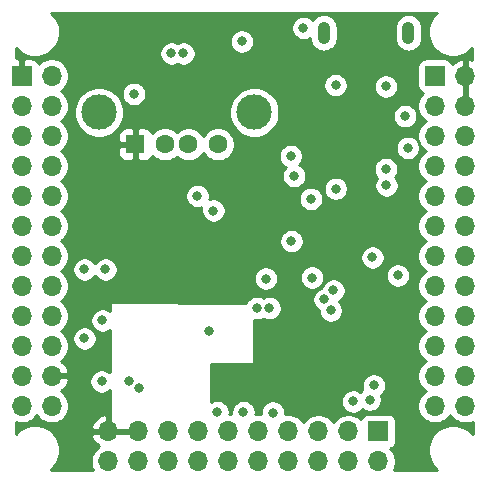
<source format=gbr>
G04 #@! TF.GenerationSoftware,KiCad,Pcbnew,5.1.6*
G04 #@! TF.CreationDate,2020-06-22T00:18:59+03:00*
G04 #@! TF.ProjectId,nanopicore_debug,6e616e6f-7069-4636-9f72-655f64656275,rev?*
G04 #@! TF.SameCoordinates,Original*
G04 #@! TF.FileFunction,Copper,L3,Inr*
G04 #@! TF.FilePolarity,Positive*
%FSLAX46Y46*%
G04 Gerber Fmt 4.6, Leading zero omitted, Abs format (unit mm)*
G04 Created by KiCad (PCBNEW 5.1.6) date 2020-06-22 00:18:59*
%MOMM*%
%LPD*%
G01*
G04 APERTURE LIST*
G04 #@! TA.AperFunction,ViaPad*
%ADD10C,1.600000*%
G04 #@! TD*
G04 #@! TA.AperFunction,ViaPad*
%ADD11R,1.600000X1.600000*%
G04 #@! TD*
G04 #@! TA.AperFunction,ViaPad*
%ADD12C,3.000000*%
G04 #@! TD*
G04 #@! TA.AperFunction,ViaPad*
%ADD13O,1.700000X1.700000*%
G04 #@! TD*
G04 #@! TA.AperFunction,ViaPad*
%ADD14R,1.700000X1.700000*%
G04 #@! TD*
G04 #@! TA.AperFunction,ViaPad*
%ADD15O,1.050000X1.900000*%
G04 #@! TD*
G04 #@! TA.AperFunction,ViaPad*
%ADD16C,0.800000*%
G04 #@! TD*
G04 #@! TA.AperFunction,Conductor*
%ADD17C,0.254000*%
G04 #@! TD*
G04 APERTURE END LIST*
D10*
X86756000Y-54432200D03*
X84256000Y-54432200D03*
X82256000Y-54432200D03*
D11*
X79756000Y-54432200D03*
D12*
X76686000Y-51722200D03*
X89826000Y-51722200D03*
D13*
X72669400Y-76581000D03*
X70129400Y-76581000D03*
X72669400Y-74041000D03*
X70129400Y-74041000D03*
X72669400Y-71501000D03*
X70129400Y-71501000D03*
X72669400Y-68961000D03*
X70129400Y-68961000D03*
X72669400Y-66421000D03*
X70129400Y-66421000D03*
X72669400Y-63881000D03*
X70129400Y-63881000D03*
X72669400Y-61341000D03*
X70129400Y-61341000D03*
X72669400Y-58801000D03*
X70129400Y-58801000D03*
X72669400Y-56261000D03*
X70129400Y-56261000D03*
X72669400Y-53721000D03*
X70129400Y-53721000D03*
X72669400Y-51181000D03*
X70129400Y-51181000D03*
X72669400Y-48641000D03*
D14*
X70129400Y-48641000D03*
D13*
X77470000Y-81280000D03*
X77470000Y-78740000D03*
X80010000Y-81280000D03*
X80010000Y-78740000D03*
X82550000Y-81280000D03*
X82550000Y-78740000D03*
X85090000Y-81280000D03*
X85090000Y-78740000D03*
X87630000Y-81280000D03*
X87630000Y-78740000D03*
X90170000Y-81280000D03*
X90170000Y-78740000D03*
X92710000Y-81280000D03*
X92710000Y-78740000D03*
X95250000Y-81280000D03*
X95250000Y-78740000D03*
X97790000Y-81280000D03*
X97790000Y-78740000D03*
X100330000Y-81280000D03*
D14*
X100330000Y-78740000D03*
D13*
X107670600Y-76581000D03*
X105130600Y-76581000D03*
X107670600Y-74041000D03*
X105130600Y-74041000D03*
X107670600Y-71501000D03*
X105130600Y-71501000D03*
X107670600Y-68961000D03*
X105130600Y-68961000D03*
X107670600Y-66421000D03*
X105130600Y-66421000D03*
X107670600Y-63881000D03*
X105130600Y-63881000D03*
X107670600Y-61341000D03*
X105130600Y-61341000D03*
X107670600Y-58801000D03*
X105130600Y-58801000D03*
X107670600Y-56261000D03*
X105130600Y-56261000D03*
X107670600Y-53721000D03*
X105130600Y-53721000D03*
X107670600Y-51181000D03*
X105130600Y-51181000D03*
X107670600Y-48641000D03*
D14*
X105130600Y-48641000D03*
D15*
X102863600Y-45000400D03*
X95713600Y-45000400D03*
D16*
X100965000Y-49530000D03*
X93980000Y-44577000D03*
X99950000Y-74850000D03*
X96300000Y-68500000D03*
X86700000Y-77100000D03*
X79200000Y-74500000D03*
X76900000Y-74500000D03*
X86000000Y-70200000D03*
X80100000Y-75100000D03*
X79629000Y-50165000D03*
X88773000Y-45720000D03*
X98200000Y-76200000D03*
X99600000Y-76050000D03*
X88900000Y-77100000D03*
X91400000Y-77150000D03*
X100965000Y-56540400D03*
X102819200Y-54737000D03*
X101015800Y-57912000D03*
X102590600Y-52044600D03*
X94716600Y-65709800D03*
X92964000Y-62636400D03*
X92913200Y-55422800D03*
X96723200Y-58191400D03*
X86360000Y-60045600D03*
X85013800Y-58801000D03*
X99822000Y-64008000D03*
X101981000Y-65532000D03*
X75438000Y-65024000D03*
X77216000Y-65024000D03*
X76962000Y-69342000D03*
X75438000Y-70866000D03*
X82804000Y-46736000D03*
X83820000Y-46736000D03*
X95758000Y-67564000D03*
X96520000Y-66802000D03*
X80800000Y-57200000D03*
X88300000Y-61100000D03*
X75800000Y-44950000D03*
X90800000Y-65800000D03*
X96710600Y-49428400D03*
X91101400Y-68300000D03*
X94625000Y-59050000D03*
X90051400Y-68300000D03*
X93200000Y-57100000D03*
D17*
G36*
X105260666Y-43281788D02*
G01*
X104996237Y-43546217D01*
X104762588Y-43895898D01*
X104601647Y-44284444D01*
X104519600Y-44696921D01*
X104519600Y-45117479D01*
X104601647Y-45529956D01*
X104762588Y-45918502D01*
X104996237Y-46268183D01*
X105293617Y-46565563D01*
X105643298Y-46799212D01*
X106031844Y-46960153D01*
X106444321Y-47042200D01*
X106864879Y-47042200D01*
X107277356Y-46960153D01*
X107665902Y-46799212D01*
X108015583Y-46565563D01*
X108281582Y-46299564D01*
X108282293Y-47289905D01*
X108027491Y-47199519D01*
X107797600Y-47320186D01*
X107797600Y-48514000D01*
X107817600Y-48514000D01*
X107817600Y-48768000D01*
X107797600Y-48768000D01*
X107797600Y-51054000D01*
X107817600Y-51054000D01*
X107817600Y-51308000D01*
X107797600Y-51308000D01*
X107797600Y-51328000D01*
X107543600Y-51328000D01*
X107543600Y-51308000D01*
X107523600Y-51308000D01*
X107523600Y-51054000D01*
X107543600Y-51054000D01*
X107543600Y-48768000D01*
X107523600Y-48768000D01*
X107523600Y-48514000D01*
X107543600Y-48514000D01*
X107543600Y-47320186D01*
X107313709Y-47199519D01*
X107039348Y-47296843D01*
X106789245Y-47445822D01*
X106593098Y-47622626D01*
X106570102Y-47546820D01*
X106511137Y-47436506D01*
X106431785Y-47339815D01*
X106335094Y-47260463D01*
X106224780Y-47201498D01*
X106105082Y-47165188D01*
X105980600Y-47152928D01*
X104280600Y-47152928D01*
X104156118Y-47165188D01*
X104036420Y-47201498D01*
X103926106Y-47260463D01*
X103829415Y-47339815D01*
X103750063Y-47436506D01*
X103691098Y-47546820D01*
X103654788Y-47666518D01*
X103642528Y-47791000D01*
X103642528Y-49491000D01*
X103654788Y-49615482D01*
X103691098Y-49735180D01*
X103750063Y-49845494D01*
X103829415Y-49942185D01*
X103926106Y-50021537D01*
X104036420Y-50080502D01*
X104108980Y-50102513D01*
X103977125Y-50234368D01*
X103814610Y-50477589D01*
X103702668Y-50747842D01*
X103645600Y-51034740D01*
X103645600Y-51327260D01*
X103702668Y-51614158D01*
X103814610Y-51884411D01*
X103977125Y-52127632D01*
X104183968Y-52334475D01*
X104358360Y-52451000D01*
X104183968Y-52567525D01*
X103977125Y-52774368D01*
X103814610Y-53017589D01*
X103702668Y-53287842D01*
X103645600Y-53574740D01*
X103645600Y-53867260D01*
X103702668Y-54154158D01*
X103814610Y-54424411D01*
X103977125Y-54667632D01*
X104183968Y-54874475D01*
X104358360Y-54991000D01*
X104183968Y-55107525D01*
X103977125Y-55314368D01*
X103814610Y-55557589D01*
X103702668Y-55827842D01*
X103645600Y-56114740D01*
X103645600Y-56407260D01*
X103702668Y-56694158D01*
X103814610Y-56964411D01*
X103977125Y-57207632D01*
X104183968Y-57414475D01*
X104358360Y-57531000D01*
X104183968Y-57647525D01*
X103977125Y-57854368D01*
X103814610Y-58097589D01*
X103702668Y-58367842D01*
X103645600Y-58654740D01*
X103645600Y-58947260D01*
X103702668Y-59234158D01*
X103814610Y-59504411D01*
X103977125Y-59747632D01*
X104183968Y-59954475D01*
X104358360Y-60071000D01*
X104183968Y-60187525D01*
X103977125Y-60394368D01*
X103814610Y-60637589D01*
X103702668Y-60907842D01*
X103645600Y-61194740D01*
X103645600Y-61487260D01*
X103702668Y-61774158D01*
X103814610Y-62044411D01*
X103977125Y-62287632D01*
X104183968Y-62494475D01*
X104358360Y-62611000D01*
X104183968Y-62727525D01*
X103977125Y-62934368D01*
X103814610Y-63177589D01*
X103702668Y-63447842D01*
X103645600Y-63734740D01*
X103645600Y-64027260D01*
X103702668Y-64314158D01*
X103814610Y-64584411D01*
X103977125Y-64827632D01*
X104183968Y-65034475D01*
X104358360Y-65151000D01*
X104183968Y-65267525D01*
X103977125Y-65474368D01*
X103814610Y-65717589D01*
X103702668Y-65987842D01*
X103645600Y-66274740D01*
X103645600Y-66567260D01*
X103702668Y-66854158D01*
X103814610Y-67124411D01*
X103977125Y-67367632D01*
X104183968Y-67574475D01*
X104358360Y-67691000D01*
X104183968Y-67807525D01*
X103977125Y-68014368D01*
X103814610Y-68257589D01*
X103702668Y-68527842D01*
X103645600Y-68814740D01*
X103645600Y-69107260D01*
X103702668Y-69394158D01*
X103814610Y-69664411D01*
X103977125Y-69907632D01*
X104183968Y-70114475D01*
X104358360Y-70231000D01*
X104183968Y-70347525D01*
X103977125Y-70554368D01*
X103814610Y-70797589D01*
X103702668Y-71067842D01*
X103645600Y-71354740D01*
X103645600Y-71647260D01*
X103702668Y-71934158D01*
X103814610Y-72204411D01*
X103977125Y-72447632D01*
X104183968Y-72654475D01*
X104358360Y-72771000D01*
X104183968Y-72887525D01*
X103977125Y-73094368D01*
X103814610Y-73337589D01*
X103702668Y-73607842D01*
X103645600Y-73894740D01*
X103645600Y-74187260D01*
X103702668Y-74474158D01*
X103814610Y-74744411D01*
X103977125Y-74987632D01*
X104183968Y-75194475D01*
X104358360Y-75311000D01*
X104183968Y-75427525D01*
X103977125Y-75634368D01*
X103814610Y-75877589D01*
X103702668Y-76147842D01*
X103645600Y-76434740D01*
X103645600Y-76727260D01*
X103702668Y-77014158D01*
X103814610Y-77284411D01*
X103977125Y-77527632D01*
X104183968Y-77734475D01*
X104427189Y-77896990D01*
X104697442Y-78008932D01*
X104984340Y-78066000D01*
X105276860Y-78066000D01*
X105563758Y-78008932D01*
X105834011Y-77896990D01*
X106077232Y-77734475D01*
X106284075Y-77527632D01*
X106400600Y-77353240D01*
X106517125Y-77527632D01*
X106723968Y-77734475D01*
X106967189Y-77896990D01*
X107237442Y-78008932D01*
X107524340Y-78066000D01*
X107816860Y-78066000D01*
X108103758Y-78008932D01*
X108304302Y-77925864D01*
X108305035Y-78945889D01*
X108015583Y-78656437D01*
X107665902Y-78422788D01*
X107277356Y-78261847D01*
X106864879Y-78179800D01*
X106444321Y-78179800D01*
X106031844Y-78261847D01*
X105643298Y-78422788D01*
X105293617Y-78656437D01*
X104996237Y-78953817D01*
X104762588Y-79303498D01*
X104601647Y-79692044D01*
X104519600Y-80104521D01*
X104519600Y-80525079D01*
X104601647Y-80937556D01*
X104762588Y-81326102D01*
X104996237Y-81675783D01*
X105286654Y-81966200D01*
X101653119Y-81966200D01*
X101757932Y-81713158D01*
X101815000Y-81426260D01*
X101815000Y-81133740D01*
X101757932Y-80846842D01*
X101645990Y-80576589D01*
X101483475Y-80333368D01*
X101351620Y-80201513D01*
X101424180Y-80179502D01*
X101534494Y-80120537D01*
X101631185Y-80041185D01*
X101710537Y-79944494D01*
X101769502Y-79834180D01*
X101805812Y-79714482D01*
X101818072Y-79590000D01*
X101818072Y-77890000D01*
X101805812Y-77765518D01*
X101769502Y-77645820D01*
X101710537Y-77535506D01*
X101631185Y-77438815D01*
X101534494Y-77359463D01*
X101424180Y-77300498D01*
X101304482Y-77264188D01*
X101180000Y-77251928D01*
X99480000Y-77251928D01*
X99355518Y-77264188D01*
X99235820Y-77300498D01*
X99125506Y-77359463D01*
X99028815Y-77438815D01*
X98949463Y-77535506D01*
X98890498Y-77645820D01*
X98868487Y-77718380D01*
X98736632Y-77586525D01*
X98493411Y-77424010D01*
X98223158Y-77312068D01*
X97936260Y-77255000D01*
X97643740Y-77255000D01*
X97356842Y-77312068D01*
X97086589Y-77424010D01*
X96843368Y-77586525D01*
X96636525Y-77793368D01*
X96520000Y-77967760D01*
X96403475Y-77793368D01*
X96196632Y-77586525D01*
X95953411Y-77424010D01*
X95683158Y-77312068D01*
X95396260Y-77255000D01*
X95103740Y-77255000D01*
X94816842Y-77312068D01*
X94546589Y-77424010D01*
X94303368Y-77586525D01*
X94096525Y-77793368D01*
X93980000Y-77967760D01*
X93863475Y-77793368D01*
X93656632Y-77586525D01*
X93413411Y-77424010D01*
X93143158Y-77312068D01*
X92856260Y-77255000D01*
X92563740Y-77255000D01*
X92429062Y-77281789D01*
X92435000Y-77251939D01*
X92435000Y-77048061D01*
X92395226Y-76848102D01*
X92317205Y-76659744D01*
X92203937Y-76490226D01*
X92059774Y-76346063D01*
X91890256Y-76232795D01*
X91701898Y-76154774D01*
X91501939Y-76115000D01*
X91298061Y-76115000D01*
X91098102Y-76154774D01*
X90909744Y-76232795D01*
X90740226Y-76346063D01*
X90596063Y-76490226D01*
X90482795Y-76659744D01*
X90404774Y-76848102D01*
X90365000Y-77048061D01*
X90365000Y-77251939D01*
X90367642Y-77265221D01*
X90316260Y-77255000D01*
X90023740Y-77255000D01*
X89920355Y-77275565D01*
X89935000Y-77201939D01*
X89935000Y-76998061D01*
X89895226Y-76798102D01*
X89817205Y-76609744D01*
X89703937Y-76440226D01*
X89559774Y-76296063D01*
X89390256Y-76182795D01*
X89201898Y-76104774D01*
X89168150Y-76098061D01*
X97165000Y-76098061D01*
X97165000Y-76301939D01*
X97204774Y-76501898D01*
X97282795Y-76690256D01*
X97396063Y-76859774D01*
X97540226Y-77003937D01*
X97709744Y-77117205D01*
X97898102Y-77195226D01*
X98098061Y-77235000D01*
X98301939Y-77235000D01*
X98501898Y-77195226D01*
X98690256Y-77117205D01*
X98859774Y-77003937D01*
X98981917Y-76881794D01*
X99109744Y-76967205D01*
X99298102Y-77045226D01*
X99498061Y-77085000D01*
X99701939Y-77085000D01*
X99901898Y-77045226D01*
X100090256Y-76967205D01*
X100259774Y-76853937D01*
X100403937Y-76709774D01*
X100517205Y-76540256D01*
X100595226Y-76351898D01*
X100635000Y-76151939D01*
X100635000Y-75948061D01*
X100595226Y-75748102D01*
X100567830Y-75681963D01*
X100609774Y-75653937D01*
X100753937Y-75509774D01*
X100867205Y-75340256D01*
X100945226Y-75151898D01*
X100985000Y-74951939D01*
X100985000Y-74748061D01*
X100945226Y-74548102D01*
X100867205Y-74359744D01*
X100753937Y-74190226D01*
X100609774Y-74046063D01*
X100440256Y-73932795D01*
X100251898Y-73854774D01*
X100051939Y-73815000D01*
X99848061Y-73815000D01*
X99648102Y-73854774D01*
X99459744Y-73932795D01*
X99290226Y-74046063D01*
X99146063Y-74190226D01*
X99032795Y-74359744D01*
X98954774Y-74548102D01*
X98915000Y-74748061D01*
X98915000Y-74951939D01*
X98954774Y-75151898D01*
X98982170Y-75218037D01*
X98940226Y-75246063D01*
X98818083Y-75368206D01*
X98690256Y-75282795D01*
X98501898Y-75204774D01*
X98301939Y-75165000D01*
X98098061Y-75165000D01*
X97898102Y-75204774D01*
X97709744Y-75282795D01*
X97540226Y-75396063D01*
X97396063Y-75540226D01*
X97282795Y-75709744D01*
X97204774Y-75898102D01*
X97165000Y-76098061D01*
X89168150Y-76098061D01*
X89001939Y-76065000D01*
X88798061Y-76065000D01*
X88598102Y-76104774D01*
X88409744Y-76182795D01*
X88240226Y-76296063D01*
X88096063Y-76440226D01*
X87982795Y-76609744D01*
X87904774Y-76798102D01*
X87865000Y-76998061D01*
X87865000Y-77201939D01*
X87879645Y-77275565D01*
X87776260Y-77255000D01*
X87724446Y-77255000D01*
X87735000Y-77201939D01*
X87735000Y-76998061D01*
X87695226Y-76798102D01*
X87617205Y-76609744D01*
X87503937Y-76440226D01*
X87359774Y-76296063D01*
X87190256Y-76182795D01*
X87001898Y-76104774D01*
X86801939Y-76065000D01*
X86598061Y-76065000D01*
X86398102Y-76104774D01*
X86209744Y-76182795D01*
X86127000Y-76238083D01*
X86127000Y-73027000D01*
X89662000Y-73027000D01*
X89686776Y-73024560D01*
X89710601Y-73017333D01*
X89732557Y-73005597D01*
X89751803Y-72989803D01*
X89767597Y-72970557D01*
X89779333Y-72948601D01*
X89786560Y-72924776D01*
X89789000Y-72900000D01*
X89789000Y-69303083D01*
X89949461Y-69335000D01*
X90153339Y-69335000D01*
X90353298Y-69295226D01*
X90541656Y-69217205D01*
X90576400Y-69193990D01*
X90611144Y-69217205D01*
X90799502Y-69295226D01*
X90999461Y-69335000D01*
X91203339Y-69335000D01*
X91403298Y-69295226D01*
X91591656Y-69217205D01*
X91761174Y-69103937D01*
X91905337Y-68959774D01*
X92018605Y-68790256D01*
X92096626Y-68601898D01*
X92136400Y-68401939D01*
X92136400Y-68198061D01*
X92096626Y-67998102D01*
X92018605Y-67809744D01*
X91905337Y-67640226D01*
X91761174Y-67496063D01*
X91710287Y-67462061D01*
X94723000Y-67462061D01*
X94723000Y-67665939D01*
X94762774Y-67865898D01*
X94840795Y-68054256D01*
X94954063Y-68223774D01*
X95098226Y-68367937D01*
X95265000Y-68479372D01*
X95265000Y-68601939D01*
X95304774Y-68801898D01*
X95382795Y-68990256D01*
X95496063Y-69159774D01*
X95640226Y-69303937D01*
X95809744Y-69417205D01*
X95998102Y-69495226D01*
X96198061Y-69535000D01*
X96401939Y-69535000D01*
X96601898Y-69495226D01*
X96790256Y-69417205D01*
X96959774Y-69303937D01*
X97103937Y-69159774D01*
X97217205Y-68990256D01*
X97295226Y-68801898D01*
X97335000Y-68601939D01*
X97335000Y-68398061D01*
X97295226Y-68198102D01*
X97217205Y-68009744D01*
X97103937Y-67840226D01*
X96990924Y-67727213D01*
X97010256Y-67719205D01*
X97179774Y-67605937D01*
X97323937Y-67461774D01*
X97437205Y-67292256D01*
X97515226Y-67103898D01*
X97555000Y-66903939D01*
X97555000Y-66700061D01*
X97515226Y-66500102D01*
X97437205Y-66311744D01*
X97323937Y-66142226D01*
X97179774Y-65998063D01*
X97010256Y-65884795D01*
X96821898Y-65806774D01*
X96621939Y-65767000D01*
X96418061Y-65767000D01*
X96218102Y-65806774D01*
X96029744Y-65884795D01*
X95860226Y-65998063D01*
X95716063Y-66142226D01*
X95602795Y-66311744D01*
X95524774Y-66500102D01*
X95513381Y-66557381D01*
X95456102Y-66568774D01*
X95267744Y-66646795D01*
X95098226Y-66760063D01*
X94954063Y-66904226D01*
X94840795Y-67073744D01*
X94762774Y-67262102D01*
X94723000Y-67462061D01*
X91710287Y-67462061D01*
X91591656Y-67382795D01*
X91403298Y-67304774D01*
X91203339Y-67265000D01*
X90999461Y-67265000D01*
X90799502Y-67304774D01*
X90611144Y-67382795D01*
X90576400Y-67406010D01*
X90541656Y-67382795D01*
X90353298Y-67304774D01*
X90153339Y-67265000D01*
X89949461Y-67265000D01*
X89749502Y-67304774D01*
X89561144Y-67382795D01*
X89391626Y-67496063D01*
X89247463Y-67640226D01*
X89134195Y-67809744D01*
X89109068Y-67870404D01*
X77724596Y-67817001D01*
X77699808Y-67819325D01*
X77675950Y-67826441D01*
X77653939Y-67838074D01*
X77634620Y-67853777D01*
X77618735Y-67872948D01*
X77606897Y-67894849D01*
X77599558Y-67918640D01*
X77597000Y-67944000D01*
X77597000Y-68521510D01*
X77452256Y-68424795D01*
X77263898Y-68346774D01*
X77063939Y-68307000D01*
X76860061Y-68307000D01*
X76660102Y-68346774D01*
X76471744Y-68424795D01*
X76302226Y-68538063D01*
X76158063Y-68682226D01*
X76044795Y-68851744D01*
X75966774Y-69040102D01*
X75927000Y-69240061D01*
X75927000Y-69443939D01*
X75966774Y-69643898D01*
X76044795Y-69832256D01*
X76158063Y-70001774D01*
X76302226Y-70145937D01*
X76471744Y-70259205D01*
X76660102Y-70337226D01*
X76860061Y-70377000D01*
X77063939Y-70377000D01*
X77263898Y-70337226D01*
X77452256Y-70259205D01*
X77597000Y-70162490D01*
X77597000Y-73733289D01*
X77559774Y-73696063D01*
X77390256Y-73582795D01*
X77201898Y-73504774D01*
X77001939Y-73465000D01*
X76798061Y-73465000D01*
X76598102Y-73504774D01*
X76409744Y-73582795D01*
X76240226Y-73696063D01*
X76096063Y-73840226D01*
X75982795Y-74009744D01*
X75904774Y-74198102D01*
X75865000Y-74398061D01*
X75865000Y-74601939D01*
X75904774Y-74801898D01*
X75982795Y-74990256D01*
X76096063Y-75159774D01*
X76240226Y-75303937D01*
X76409744Y-75417205D01*
X76598102Y-75495226D01*
X76798061Y-75535000D01*
X77001939Y-75535000D01*
X77201898Y-75495226D01*
X77390256Y-75417205D01*
X77559774Y-75303937D01*
X77597000Y-75266711D01*
X77597000Y-77344000D01*
X77599440Y-77368776D01*
X77606667Y-77392601D01*
X77615899Y-77409872D01*
X77597000Y-77419845D01*
X77597000Y-78613000D01*
X79883000Y-78613000D01*
X79883000Y-78593000D01*
X80137000Y-78593000D01*
X80137000Y-78613000D01*
X80157000Y-78613000D01*
X80157000Y-78867000D01*
X80137000Y-78867000D01*
X80137000Y-78887000D01*
X79883000Y-78887000D01*
X79883000Y-78867000D01*
X77597000Y-78867000D01*
X77597000Y-78887000D01*
X77343000Y-78887000D01*
X77343000Y-78867000D01*
X76149186Y-78867000D01*
X76028519Y-79096891D01*
X76125843Y-79371252D01*
X76274822Y-79621355D01*
X76469731Y-79837588D01*
X76699406Y-80008900D01*
X76523368Y-80126525D01*
X76316525Y-80333368D01*
X76154010Y-80576589D01*
X76042068Y-80846842D01*
X75985000Y-81133740D01*
X75985000Y-81426260D01*
X76042068Y-81713158D01*
X76146881Y-81966200D01*
X72614946Y-81966200D01*
X72905363Y-81675783D01*
X73139012Y-81326102D01*
X73299953Y-80937556D01*
X73382000Y-80525079D01*
X73382000Y-80104521D01*
X73299953Y-79692044D01*
X73139012Y-79303498D01*
X72905363Y-78953817D01*
X72607983Y-78656437D01*
X72258302Y-78422788D01*
X72162509Y-78383109D01*
X76028519Y-78383109D01*
X76149186Y-78613000D01*
X77343000Y-78613000D01*
X77343000Y-77419845D01*
X77113110Y-77298524D01*
X76965901Y-77343175D01*
X76703080Y-77468359D01*
X76469731Y-77642412D01*
X76274822Y-77858645D01*
X76125843Y-78108748D01*
X76028519Y-78383109D01*
X72162509Y-78383109D01*
X71869756Y-78261847D01*
X71457279Y-78179800D01*
X71036721Y-78179800D01*
X70624244Y-78261847D01*
X70235698Y-78422788D01*
X69886017Y-78656437D01*
X69621000Y-78921454D01*
X69621000Y-77977766D01*
X69696242Y-78008932D01*
X69983140Y-78066000D01*
X70275660Y-78066000D01*
X70562558Y-78008932D01*
X70832811Y-77896990D01*
X71076032Y-77734475D01*
X71282875Y-77527632D01*
X71399400Y-77353240D01*
X71515925Y-77527632D01*
X71722768Y-77734475D01*
X71965989Y-77896990D01*
X72236242Y-78008932D01*
X72523140Y-78066000D01*
X72815660Y-78066000D01*
X73102558Y-78008932D01*
X73372811Y-77896990D01*
X73616032Y-77734475D01*
X73822875Y-77527632D01*
X73985390Y-77284411D01*
X74097332Y-77014158D01*
X74154400Y-76727260D01*
X74154400Y-76434740D01*
X74097332Y-76147842D01*
X73985390Y-75877589D01*
X73822875Y-75634368D01*
X73616032Y-75427525D01*
X73433866Y-75305805D01*
X73550755Y-75236178D01*
X73766988Y-75041269D01*
X73941041Y-74807920D01*
X74066225Y-74545099D01*
X74110876Y-74397890D01*
X73989555Y-74168000D01*
X72796400Y-74168000D01*
X72796400Y-74188000D01*
X72542400Y-74188000D01*
X72542400Y-74168000D01*
X72522400Y-74168000D01*
X72522400Y-73914000D01*
X72542400Y-73914000D01*
X72542400Y-73894000D01*
X72796400Y-73894000D01*
X72796400Y-73914000D01*
X73989555Y-73914000D01*
X74110876Y-73684110D01*
X74066225Y-73536901D01*
X73941041Y-73274080D01*
X73766988Y-73040731D01*
X73550755Y-72845822D01*
X73433866Y-72776195D01*
X73616032Y-72654475D01*
X73822875Y-72447632D01*
X73985390Y-72204411D01*
X74097332Y-71934158D01*
X74154400Y-71647260D01*
X74154400Y-71354740D01*
X74097332Y-71067842D01*
X73985390Y-70797589D01*
X73962988Y-70764061D01*
X74403000Y-70764061D01*
X74403000Y-70967939D01*
X74442774Y-71167898D01*
X74520795Y-71356256D01*
X74634063Y-71525774D01*
X74778226Y-71669937D01*
X74947744Y-71783205D01*
X75136102Y-71861226D01*
X75336061Y-71901000D01*
X75539939Y-71901000D01*
X75739898Y-71861226D01*
X75928256Y-71783205D01*
X76097774Y-71669937D01*
X76241937Y-71525774D01*
X76355205Y-71356256D01*
X76433226Y-71167898D01*
X76473000Y-70967939D01*
X76473000Y-70764061D01*
X76433226Y-70564102D01*
X76355205Y-70375744D01*
X76241937Y-70206226D01*
X76097774Y-70062063D01*
X75928256Y-69948795D01*
X75739898Y-69870774D01*
X75539939Y-69831000D01*
X75336061Y-69831000D01*
X75136102Y-69870774D01*
X74947744Y-69948795D01*
X74778226Y-70062063D01*
X74634063Y-70206226D01*
X74520795Y-70375744D01*
X74442774Y-70564102D01*
X74403000Y-70764061D01*
X73962988Y-70764061D01*
X73822875Y-70554368D01*
X73616032Y-70347525D01*
X73441640Y-70231000D01*
X73616032Y-70114475D01*
X73822875Y-69907632D01*
X73985390Y-69664411D01*
X74097332Y-69394158D01*
X74154400Y-69107260D01*
X74154400Y-68814740D01*
X74097332Y-68527842D01*
X73985390Y-68257589D01*
X73822875Y-68014368D01*
X73616032Y-67807525D01*
X73441640Y-67691000D01*
X73616032Y-67574475D01*
X73822875Y-67367632D01*
X73985390Y-67124411D01*
X74097332Y-66854158D01*
X74154400Y-66567260D01*
X74154400Y-66274740D01*
X74097332Y-65987842D01*
X73985390Y-65717589D01*
X73822875Y-65474368D01*
X73616032Y-65267525D01*
X73441640Y-65151000D01*
X73616032Y-65034475D01*
X73728446Y-64922061D01*
X74403000Y-64922061D01*
X74403000Y-65125939D01*
X74442774Y-65325898D01*
X74520795Y-65514256D01*
X74634063Y-65683774D01*
X74778226Y-65827937D01*
X74947744Y-65941205D01*
X75136102Y-66019226D01*
X75336061Y-66059000D01*
X75539939Y-66059000D01*
X75739898Y-66019226D01*
X75928256Y-65941205D01*
X76097774Y-65827937D01*
X76241937Y-65683774D01*
X76327000Y-65556468D01*
X76412063Y-65683774D01*
X76556226Y-65827937D01*
X76725744Y-65941205D01*
X76914102Y-66019226D01*
X77114061Y-66059000D01*
X77317939Y-66059000D01*
X77517898Y-66019226D01*
X77706256Y-65941205D01*
X77875774Y-65827937D01*
X78005650Y-65698061D01*
X89765000Y-65698061D01*
X89765000Y-65901939D01*
X89804774Y-66101898D01*
X89882795Y-66290256D01*
X89996063Y-66459774D01*
X90140226Y-66603937D01*
X90309744Y-66717205D01*
X90498102Y-66795226D01*
X90698061Y-66835000D01*
X90901939Y-66835000D01*
X91101898Y-66795226D01*
X91290256Y-66717205D01*
X91459774Y-66603937D01*
X91603937Y-66459774D01*
X91717205Y-66290256D01*
X91795226Y-66101898D01*
X91835000Y-65901939D01*
X91835000Y-65698061D01*
X91817059Y-65607861D01*
X93681600Y-65607861D01*
X93681600Y-65811739D01*
X93721374Y-66011698D01*
X93799395Y-66200056D01*
X93912663Y-66369574D01*
X94056826Y-66513737D01*
X94226344Y-66627005D01*
X94414702Y-66705026D01*
X94614661Y-66744800D01*
X94818539Y-66744800D01*
X95018498Y-66705026D01*
X95206856Y-66627005D01*
X95376374Y-66513737D01*
X95520537Y-66369574D01*
X95633805Y-66200056D01*
X95711826Y-66011698D01*
X95751600Y-65811739D01*
X95751600Y-65607861D01*
X95716234Y-65430061D01*
X100946000Y-65430061D01*
X100946000Y-65633939D01*
X100985774Y-65833898D01*
X101063795Y-66022256D01*
X101177063Y-66191774D01*
X101321226Y-66335937D01*
X101490744Y-66449205D01*
X101679102Y-66527226D01*
X101879061Y-66567000D01*
X102082939Y-66567000D01*
X102282898Y-66527226D01*
X102471256Y-66449205D01*
X102640774Y-66335937D01*
X102784937Y-66191774D01*
X102898205Y-66022256D01*
X102976226Y-65833898D01*
X103016000Y-65633939D01*
X103016000Y-65430061D01*
X102976226Y-65230102D01*
X102898205Y-65041744D01*
X102784937Y-64872226D01*
X102640774Y-64728063D01*
X102471256Y-64614795D01*
X102282898Y-64536774D01*
X102082939Y-64497000D01*
X101879061Y-64497000D01*
X101679102Y-64536774D01*
X101490744Y-64614795D01*
X101321226Y-64728063D01*
X101177063Y-64872226D01*
X101063795Y-65041744D01*
X100985774Y-65230102D01*
X100946000Y-65430061D01*
X95716234Y-65430061D01*
X95711826Y-65407902D01*
X95633805Y-65219544D01*
X95520537Y-65050026D01*
X95376374Y-64905863D01*
X95206856Y-64792595D01*
X95018498Y-64714574D01*
X94818539Y-64674800D01*
X94614661Y-64674800D01*
X94414702Y-64714574D01*
X94226344Y-64792595D01*
X94056826Y-64905863D01*
X93912663Y-65050026D01*
X93799395Y-65219544D01*
X93721374Y-65407902D01*
X93681600Y-65607861D01*
X91817059Y-65607861D01*
X91795226Y-65498102D01*
X91717205Y-65309744D01*
X91603937Y-65140226D01*
X91459774Y-64996063D01*
X91290256Y-64882795D01*
X91101898Y-64804774D01*
X90901939Y-64765000D01*
X90698061Y-64765000D01*
X90498102Y-64804774D01*
X90309744Y-64882795D01*
X90140226Y-64996063D01*
X89996063Y-65140226D01*
X89882795Y-65309744D01*
X89804774Y-65498102D01*
X89765000Y-65698061D01*
X78005650Y-65698061D01*
X78019937Y-65683774D01*
X78133205Y-65514256D01*
X78211226Y-65325898D01*
X78251000Y-65125939D01*
X78251000Y-64922061D01*
X78211226Y-64722102D01*
X78133205Y-64533744D01*
X78019937Y-64364226D01*
X77875774Y-64220063D01*
X77706256Y-64106795D01*
X77517898Y-64028774D01*
X77317939Y-63989000D01*
X77114061Y-63989000D01*
X76914102Y-64028774D01*
X76725744Y-64106795D01*
X76556226Y-64220063D01*
X76412063Y-64364226D01*
X76327000Y-64491532D01*
X76241937Y-64364226D01*
X76097774Y-64220063D01*
X75928256Y-64106795D01*
X75739898Y-64028774D01*
X75539939Y-63989000D01*
X75336061Y-63989000D01*
X75136102Y-64028774D01*
X74947744Y-64106795D01*
X74778226Y-64220063D01*
X74634063Y-64364226D01*
X74520795Y-64533744D01*
X74442774Y-64722102D01*
X74403000Y-64922061D01*
X73728446Y-64922061D01*
X73822875Y-64827632D01*
X73985390Y-64584411D01*
X74097332Y-64314158D01*
X74154400Y-64027260D01*
X74154400Y-63906061D01*
X98787000Y-63906061D01*
X98787000Y-64109939D01*
X98826774Y-64309898D01*
X98904795Y-64498256D01*
X99018063Y-64667774D01*
X99162226Y-64811937D01*
X99331744Y-64925205D01*
X99520102Y-65003226D01*
X99720061Y-65043000D01*
X99923939Y-65043000D01*
X100123898Y-65003226D01*
X100312256Y-64925205D01*
X100481774Y-64811937D01*
X100625937Y-64667774D01*
X100739205Y-64498256D01*
X100817226Y-64309898D01*
X100857000Y-64109939D01*
X100857000Y-63906061D01*
X100817226Y-63706102D01*
X100739205Y-63517744D01*
X100625937Y-63348226D01*
X100481774Y-63204063D01*
X100312256Y-63090795D01*
X100123898Y-63012774D01*
X99923939Y-62973000D01*
X99720061Y-62973000D01*
X99520102Y-63012774D01*
X99331744Y-63090795D01*
X99162226Y-63204063D01*
X99018063Y-63348226D01*
X98904795Y-63517744D01*
X98826774Y-63706102D01*
X98787000Y-63906061D01*
X74154400Y-63906061D01*
X74154400Y-63734740D01*
X74097332Y-63447842D01*
X73985390Y-63177589D01*
X73822875Y-62934368D01*
X73616032Y-62727525D01*
X73441640Y-62611000D01*
X73556188Y-62534461D01*
X91929000Y-62534461D01*
X91929000Y-62738339D01*
X91968774Y-62938298D01*
X92046795Y-63126656D01*
X92160063Y-63296174D01*
X92304226Y-63440337D01*
X92473744Y-63553605D01*
X92662102Y-63631626D01*
X92862061Y-63671400D01*
X93065939Y-63671400D01*
X93265898Y-63631626D01*
X93454256Y-63553605D01*
X93623774Y-63440337D01*
X93767937Y-63296174D01*
X93881205Y-63126656D01*
X93959226Y-62938298D01*
X93999000Y-62738339D01*
X93999000Y-62534461D01*
X93959226Y-62334502D01*
X93881205Y-62146144D01*
X93767937Y-61976626D01*
X93623774Y-61832463D01*
X93454256Y-61719195D01*
X93265898Y-61641174D01*
X93065939Y-61601400D01*
X92862061Y-61601400D01*
X92662102Y-61641174D01*
X92473744Y-61719195D01*
X92304226Y-61832463D01*
X92160063Y-61976626D01*
X92046795Y-62146144D01*
X91968774Y-62334502D01*
X91929000Y-62534461D01*
X73556188Y-62534461D01*
X73616032Y-62494475D01*
X73822875Y-62287632D01*
X73985390Y-62044411D01*
X74097332Y-61774158D01*
X74154400Y-61487260D01*
X74154400Y-61194740D01*
X74097332Y-60907842D01*
X73985390Y-60637589D01*
X73822875Y-60394368D01*
X73616032Y-60187525D01*
X73441640Y-60071000D01*
X73616032Y-59954475D01*
X73822875Y-59747632D01*
X73985390Y-59504411D01*
X74097332Y-59234158D01*
X74154400Y-58947260D01*
X74154400Y-58699061D01*
X83978800Y-58699061D01*
X83978800Y-58902939D01*
X84018574Y-59102898D01*
X84096595Y-59291256D01*
X84209863Y-59460774D01*
X84354026Y-59604937D01*
X84523544Y-59718205D01*
X84711902Y-59796226D01*
X84911861Y-59836000D01*
X85115739Y-59836000D01*
X85315698Y-59796226D01*
X85357795Y-59778789D01*
X85325000Y-59943661D01*
X85325000Y-60147539D01*
X85364774Y-60347498D01*
X85442795Y-60535856D01*
X85556063Y-60705374D01*
X85700226Y-60849537D01*
X85869744Y-60962805D01*
X86058102Y-61040826D01*
X86258061Y-61080600D01*
X86461939Y-61080600D01*
X86661898Y-61040826D01*
X86850256Y-60962805D01*
X87019774Y-60849537D01*
X87163937Y-60705374D01*
X87277205Y-60535856D01*
X87355226Y-60347498D01*
X87395000Y-60147539D01*
X87395000Y-59943661D01*
X87355226Y-59743702D01*
X87277205Y-59555344D01*
X87163937Y-59385826D01*
X87019774Y-59241663D01*
X86850256Y-59128395D01*
X86661898Y-59050374D01*
X86461939Y-59010600D01*
X86258061Y-59010600D01*
X86058102Y-59050374D01*
X86016005Y-59067811D01*
X86039824Y-58948061D01*
X93590000Y-58948061D01*
X93590000Y-59151939D01*
X93629774Y-59351898D01*
X93707795Y-59540256D01*
X93821063Y-59709774D01*
X93965226Y-59853937D01*
X94134744Y-59967205D01*
X94323102Y-60045226D01*
X94523061Y-60085000D01*
X94726939Y-60085000D01*
X94926898Y-60045226D01*
X95115256Y-59967205D01*
X95284774Y-59853937D01*
X95428937Y-59709774D01*
X95542205Y-59540256D01*
X95620226Y-59351898D01*
X95660000Y-59151939D01*
X95660000Y-58948061D01*
X95620226Y-58748102D01*
X95542205Y-58559744D01*
X95428937Y-58390226D01*
X95284774Y-58246063D01*
X95115256Y-58132795D01*
X95010640Y-58089461D01*
X95688200Y-58089461D01*
X95688200Y-58293339D01*
X95727974Y-58493298D01*
X95805995Y-58681656D01*
X95919263Y-58851174D01*
X96063426Y-58995337D01*
X96232944Y-59108605D01*
X96421302Y-59186626D01*
X96621261Y-59226400D01*
X96825139Y-59226400D01*
X97025098Y-59186626D01*
X97213456Y-59108605D01*
X97382974Y-58995337D01*
X97527137Y-58851174D01*
X97640405Y-58681656D01*
X97718426Y-58493298D01*
X97758200Y-58293339D01*
X97758200Y-58089461D01*
X97718426Y-57889502D01*
X97640405Y-57701144D01*
X97527137Y-57531626D01*
X97382974Y-57387463D01*
X97213456Y-57274195D01*
X97025098Y-57196174D01*
X96825139Y-57156400D01*
X96621261Y-57156400D01*
X96421302Y-57196174D01*
X96232944Y-57274195D01*
X96063426Y-57387463D01*
X95919263Y-57531626D01*
X95805995Y-57701144D01*
X95727974Y-57889502D01*
X95688200Y-58089461D01*
X95010640Y-58089461D01*
X94926898Y-58054774D01*
X94726939Y-58015000D01*
X94523061Y-58015000D01*
X94323102Y-58054774D01*
X94134744Y-58132795D01*
X93965226Y-58246063D01*
X93821063Y-58390226D01*
X93707795Y-58559744D01*
X93629774Y-58748102D01*
X93590000Y-58948061D01*
X86039824Y-58948061D01*
X86048800Y-58902939D01*
X86048800Y-58699061D01*
X86009026Y-58499102D01*
X85931005Y-58310744D01*
X85817737Y-58141226D01*
X85673574Y-57997063D01*
X85504056Y-57883795D01*
X85315698Y-57805774D01*
X85115739Y-57766000D01*
X84911861Y-57766000D01*
X84711902Y-57805774D01*
X84523544Y-57883795D01*
X84354026Y-57997063D01*
X84209863Y-58141226D01*
X84096595Y-58310744D01*
X84018574Y-58499102D01*
X83978800Y-58699061D01*
X74154400Y-58699061D01*
X74154400Y-58654740D01*
X74097332Y-58367842D01*
X73985390Y-58097589D01*
X73822875Y-57854368D01*
X73616032Y-57647525D01*
X73441640Y-57531000D01*
X73616032Y-57414475D01*
X73822875Y-57207632D01*
X73985390Y-56964411D01*
X74097332Y-56694158D01*
X74154400Y-56407260D01*
X74154400Y-56114740D01*
X74097332Y-55827842D01*
X73985390Y-55557589D01*
X73822875Y-55314368D01*
X73740707Y-55232200D01*
X78317928Y-55232200D01*
X78330188Y-55356682D01*
X78366498Y-55476380D01*
X78425463Y-55586694D01*
X78504815Y-55683385D01*
X78601506Y-55762737D01*
X78711820Y-55821702D01*
X78831518Y-55858012D01*
X78956000Y-55870272D01*
X79470250Y-55867200D01*
X79629000Y-55708450D01*
X79629000Y-54559200D01*
X78479750Y-54559200D01*
X78321000Y-54717950D01*
X78317928Y-55232200D01*
X73740707Y-55232200D01*
X73616032Y-55107525D01*
X73441640Y-54991000D01*
X73616032Y-54874475D01*
X73822875Y-54667632D01*
X73985390Y-54424411D01*
X74097332Y-54154158D01*
X74154400Y-53867260D01*
X74154400Y-53574740D01*
X74097332Y-53287842D01*
X73985390Y-53017589D01*
X73822875Y-52774368D01*
X73616032Y-52567525D01*
X73441640Y-52451000D01*
X73616032Y-52334475D01*
X73822875Y-52127632D01*
X73985390Y-51884411D01*
X74097332Y-51614158D01*
X74117668Y-51511921D01*
X74551000Y-51511921D01*
X74551000Y-51932479D01*
X74633047Y-52344956D01*
X74793988Y-52733502D01*
X75027637Y-53083183D01*
X75325017Y-53380563D01*
X75674698Y-53614212D01*
X76063244Y-53775153D01*
X76475721Y-53857200D01*
X76896279Y-53857200D01*
X77308756Y-53775153D01*
X77653875Y-53632200D01*
X78317928Y-53632200D01*
X78321000Y-54146450D01*
X78479750Y-54305200D01*
X79629000Y-54305200D01*
X79629000Y-53155950D01*
X79883000Y-53155950D01*
X79883000Y-54305200D01*
X79903000Y-54305200D01*
X79903000Y-54559200D01*
X79883000Y-54559200D01*
X79883000Y-55708450D01*
X80041750Y-55867200D01*
X80556000Y-55870272D01*
X80680482Y-55858012D01*
X80800180Y-55821702D01*
X80910494Y-55762737D01*
X81007185Y-55683385D01*
X81086537Y-55586694D01*
X81145502Y-55476380D01*
X81174661Y-55380257D01*
X81341241Y-55546837D01*
X81576273Y-55703880D01*
X81837426Y-55812053D01*
X82114665Y-55867200D01*
X82397335Y-55867200D01*
X82674574Y-55812053D01*
X82935727Y-55703880D01*
X83170759Y-55546837D01*
X83256000Y-55461596D01*
X83341241Y-55546837D01*
X83576273Y-55703880D01*
X83837426Y-55812053D01*
X84114665Y-55867200D01*
X84397335Y-55867200D01*
X84674574Y-55812053D01*
X84935727Y-55703880D01*
X85170759Y-55546837D01*
X85370637Y-55346959D01*
X85506000Y-55144373D01*
X85641363Y-55346959D01*
X85841241Y-55546837D01*
X86076273Y-55703880D01*
X86337426Y-55812053D01*
X86614665Y-55867200D01*
X86897335Y-55867200D01*
X87174574Y-55812053D01*
X87435727Y-55703880D01*
X87670759Y-55546837D01*
X87870637Y-55346959D01*
X87888075Y-55320861D01*
X91878200Y-55320861D01*
X91878200Y-55524739D01*
X91917974Y-55724698D01*
X91995995Y-55913056D01*
X92109263Y-56082574D01*
X92253426Y-56226737D01*
X92422944Y-56340005D01*
X92474803Y-56361486D01*
X92396063Y-56440226D01*
X92282795Y-56609744D01*
X92204774Y-56798102D01*
X92165000Y-56998061D01*
X92165000Y-57201939D01*
X92204774Y-57401898D01*
X92282795Y-57590256D01*
X92396063Y-57759774D01*
X92540226Y-57903937D01*
X92709744Y-58017205D01*
X92898102Y-58095226D01*
X93098061Y-58135000D01*
X93301939Y-58135000D01*
X93501898Y-58095226D01*
X93690256Y-58017205D01*
X93859774Y-57903937D01*
X94003937Y-57759774D01*
X94117205Y-57590256D01*
X94195226Y-57401898D01*
X94235000Y-57201939D01*
X94235000Y-56998061D01*
X94195226Y-56798102D01*
X94117205Y-56609744D01*
X94003937Y-56440226D01*
X94002172Y-56438461D01*
X99930000Y-56438461D01*
X99930000Y-56642339D01*
X99969774Y-56842298D01*
X100047795Y-57030656D01*
X100161063Y-57200174D01*
X100212489Y-57251600D01*
X100211863Y-57252226D01*
X100098595Y-57421744D01*
X100020574Y-57610102D01*
X99980800Y-57810061D01*
X99980800Y-58013939D01*
X100020574Y-58213898D01*
X100098595Y-58402256D01*
X100211863Y-58571774D01*
X100356026Y-58715937D01*
X100525544Y-58829205D01*
X100713902Y-58907226D01*
X100913861Y-58947000D01*
X101117739Y-58947000D01*
X101317698Y-58907226D01*
X101506056Y-58829205D01*
X101675574Y-58715937D01*
X101819737Y-58571774D01*
X101933005Y-58402256D01*
X102011026Y-58213898D01*
X102050800Y-58013939D01*
X102050800Y-57810061D01*
X102011026Y-57610102D01*
X101933005Y-57421744D01*
X101819737Y-57252226D01*
X101768311Y-57200800D01*
X101768937Y-57200174D01*
X101882205Y-57030656D01*
X101960226Y-56842298D01*
X102000000Y-56642339D01*
X102000000Y-56438461D01*
X101960226Y-56238502D01*
X101882205Y-56050144D01*
X101768937Y-55880626D01*
X101624774Y-55736463D01*
X101455256Y-55623195D01*
X101266898Y-55545174D01*
X101066939Y-55505400D01*
X100863061Y-55505400D01*
X100663102Y-55545174D01*
X100474744Y-55623195D01*
X100305226Y-55736463D01*
X100161063Y-55880626D01*
X100047795Y-56050144D01*
X99969774Y-56238502D01*
X99930000Y-56438461D01*
X94002172Y-56438461D01*
X93859774Y-56296063D01*
X93690256Y-56182795D01*
X93638397Y-56161314D01*
X93717137Y-56082574D01*
X93830405Y-55913056D01*
X93908426Y-55724698D01*
X93948200Y-55524739D01*
X93948200Y-55320861D01*
X93908426Y-55120902D01*
X93830405Y-54932544D01*
X93717137Y-54763026D01*
X93589172Y-54635061D01*
X101784200Y-54635061D01*
X101784200Y-54838939D01*
X101823974Y-55038898D01*
X101901995Y-55227256D01*
X102015263Y-55396774D01*
X102159426Y-55540937D01*
X102328944Y-55654205D01*
X102517302Y-55732226D01*
X102717261Y-55772000D01*
X102921139Y-55772000D01*
X103121098Y-55732226D01*
X103309456Y-55654205D01*
X103478974Y-55540937D01*
X103623137Y-55396774D01*
X103736405Y-55227256D01*
X103814426Y-55038898D01*
X103854200Y-54838939D01*
X103854200Y-54635061D01*
X103814426Y-54435102D01*
X103736405Y-54246744D01*
X103623137Y-54077226D01*
X103478974Y-53933063D01*
X103309456Y-53819795D01*
X103121098Y-53741774D01*
X102921139Y-53702000D01*
X102717261Y-53702000D01*
X102517302Y-53741774D01*
X102328944Y-53819795D01*
X102159426Y-53933063D01*
X102015263Y-54077226D01*
X101901995Y-54246744D01*
X101823974Y-54435102D01*
X101784200Y-54635061D01*
X93589172Y-54635061D01*
X93572974Y-54618863D01*
X93403456Y-54505595D01*
X93215098Y-54427574D01*
X93015139Y-54387800D01*
X92811261Y-54387800D01*
X92611302Y-54427574D01*
X92422944Y-54505595D01*
X92253426Y-54618863D01*
X92109263Y-54763026D01*
X91995995Y-54932544D01*
X91917974Y-55120902D01*
X91878200Y-55320861D01*
X87888075Y-55320861D01*
X88027680Y-55111927D01*
X88135853Y-54850774D01*
X88191000Y-54573535D01*
X88191000Y-54290865D01*
X88135853Y-54013626D01*
X88027680Y-53752473D01*
X87870637Y-53517441D01*
X87670759Y-53317563D01*
X87435727Y-53160520D01*
X87174574Y-53052347D01*
X86897335Y-52997200D01*
X86614665Y-52997200D01*
X86337426Y-53052347D01*
X86076273Y-53160520D01*
X85841241Y-53317563D01*
X85641363Y-53517441D01*
X85506000Y-53720027D01*
X85370637Y-53517441D01*
X85170759Y-53317563D01*
X84935727Y-53160520D01*
X84674574Y-53052347D01*
X84397335Y-52997200D01*
X84114665Y-52997200D01*
X83837426Y-53052347D01*
X83576273Y-53160520D01*
X83341241Y-53317563D01*
X83256000Y-53402804D01*
X83170759Y-53317563D01*
X82935727Y-53160520D01*
X82674574Y-53052347D01*
X82397335Y-52997200D01*
X82114665Y-52997200D01*
X81837426Y-53052347D01*
X81576273Y-53160520D01*
X81341241Y-53317563D01*
X81174661Y-53484143D01*
X81145502Y-53388020D01*
X81086537Y-53277706D01*
X81007185Y-53181015D01*
X80910494Y-53101663D01*
X80800180Y-53042698D01*
X80680482Y-53006388D01*
X80556000Y-52994128D01*
X80041750Y-52997200D01*
X79883000Y-53155950D01*
X79629000Y-53155950D01*
X79470250Y-52997200D01*
X78956000Y-52994128D01*
X78831518Y-53006388D01*
X78711820Y-53042698D01*
X78601506Y-53101663D01*
X78504815Y-53181015D01*
X78425463Y-53277706D01*
X78366498Y-53388020D01*
X78330188Y-53507718D01*
X78317928Y-53632200D01*
X77653875Y-53632200D01*
X77697302Y-53614212D01*
X78046983Y-53380563D01*
X78344363Y-53083183D01*
X78578012Y-52733502D01*
X78738953Y-52344956D01*
X78821000Y-51932479D01*
X78821000Y-51511921D01*
X87691000Y-51511921D01*
X87691000Y-51932479D01*
X87773047Y-52344956D01*
X87933988Y-52733502D01*
X88167637Y-53083183D01*
X88465017Y-53380563D01*
X88814698Y-53614212D01*
X89203244Y-53775153D01*
X89615721Y-53857200D01*
X90036279Y-53857200D01*
X90448756Y-53775153D01*
X90837302Y-53614212D01*
X91186983Y-53380563D01*
X91484363Y-53083183D01*
X91718012Y-52733502D01*
X91878953Y-52344956D01*
X91958974Y-51942661D01*
X101555600Y-51942661D01*
X101555600Y-52146539D01*
X101595374Y-52346498D01*
X101673395Y-52534856D01*
X101786663Y-52704374D01*
X101930826Y-52848537D01*
X102100344Y-52961805D01*
X102288702Y-53039826D01*
X102488661Y-53079600D01*
X102692539Y-53079600D01*
X102892498Y-53039826D01*
X103080856Y-52961805D01*
X103250374Y-52848537D01*
X103394537Y-52704374D01*
X103507805Y-52534856D01*
X103585826Y-52346498D01*
X103625600Y-52146539D01*
X103625600Y-51942661D01*
X103585826Y-51742702D01*
X103507805Y-51554344D01*
X103394537Y-51384826D01*
X103250374Y-51240663D01*
X103080856Y-51127395D01*
X102892498Y-51049374D01*
X102692539Y-51009600D01*
X102488661Y-51009600D01*
X102288702Y-51049374D01*
X102100344Y-51127395D01*
X101930826Y-51240663D01*
X101786663Y-51384826D01*
X101673395Y-51554344D01*
X101595374Y-51742702D01*
X101555600Y-51942661D01*
X91958974Y-51942661D01*
X91961000Y-51932479D01*
X91961000Y-51511921D01*
X91878953Y-51099444D01*
X91718012Y-50710898D01*
X91484363Y-50361217D01*
X91186983Y-50063837D01*
X90837302Y-49830188D01*
X90448756Y-49669247D01*
X90036279Y-49587200D01*
X89615721Y-49587200D01*
X89203244Y-49669247D01*
X88814698Y-49830188D01*
X88465017Y-50063837D01*
X88167637Y-50361217D01*
X87933988Y-50710898D01*
X87773047Y-51099444D01*
X87691000Y-51511921D01*
X78821000Y-51511921D01*
X78738953Y-51099444D01*
X78578012Y-50710898D01*
X78344363Y-50361217D01*
X78046983Y-50063837D01*
X78045822Y-50063061D01*
X78594000Y-50063061D01*
X78594000Y-50266939D01*
X78633774Y-50466898D01*
X78711795Y-50655256D01*
X78825063Y-50824774D01*
X78969226Y-50968937D01*
X79138744Y-51082205D01*
X79327102Y-51160226D01*
X79527061Y-51200000D01*
X79730939Y-51200000D01*
X79930898Y-51160226D01*
X80119256Y-51082205D01*
X80288774Y-50968937D01*
X80432937Y-50824774D01*
X80546205Y-50655256D01*
X80624226Y-50466898D01*
X80664000Y-50266939D01*
X80664000Y-50063061D01*
X80624226Y-49863102D01*
X80546205Y-49674744D01*
X80432937Y-49505226D01*
X80288774Y-49361063D01*
X80236989Y-49326461D01*
X95675600Y-49326461D01*
X95675600Y-49530339D01*
X95715374Y-49730298D01*
X95793395Y-49918656D01*
X95906663Y-50088174D01*
X96050826Y-50232337D01*
X96220344Y-50345605D01*
X96408702Y-50423626D01*
X96608661Y-50463400D01*
X96812539Y-50463400D01*
X97012498Y-50423626D01*
X97200856Y-50345605D01*
X97370374Y-50232337D01*
X97514537Y-50088174D01*
X97627805Y-49918656D01*
X97705826Y-49730298D01*
X97745600Y-49530339D01*
X97745600Y-49428061D01*
X99930000Y-49428061D01*
X99930000Y-49631939D01*
X99969774Y-49831898D01*
X100047795Y-50020256D01*
X100161063Y-50189774D01*
X100305226Y-50333937D01*
X100474744Y-50447205D01*
X100663102Y-50525226D01*
X100863061Y-50565000D01*
X101066939Y-50565000D01*
X101266898Y-50525226D01*
X101455256Y-50447205D01*
X101624774Y-50333937D01*
X101768937Y-50189774D01*
X101882205Y-50020256D01*
X101960226Y-49831898D01*
X102000000Y-49631939D01*
X102000000Y-49428061D01*
X101960226Y-49228102D01*
X101882205Y-49039744D01*
X101768937Y-48870226D01*
X101624774Y-48726063D01*
X101455256Y-48612795D01*
X101266898Y-48534774D01*
X101066939Y-48495000D01*
X100863061Y-48495000D01*
X100663102Y-48534774D01*
X100474744Y-48612795D01*
X100305226Y-48726063D01*
X100161063Y-48870226D01*
X100047795Y-49039744D01*
X99969774Y-49228102D01*
X99930000Y-49428061D01*
X97745600Y-49428061D01*
X97745600Y-49326461D01*
X97705826Y-49126502D01*
X97627805Y-48938144D01*
X97514537Y-48768626D01*
X97370374Y-48624463D01*
X97200856Y-48511195D01*
X97012498Y-48433174D01*
X96812539Y-48393400D01*
X96608661Y-48393400D01*
X96408702Y-48433174D01*
X96220344Y-48511195D01*
X96050826Y-48624463D01*
X95906663Y-48768626D01*
X95793395Y-48938144D01*
X95715374Y-49126502D01*
X95675600Y-49326461D01*
X80236989Y-49326461D01*
X80119256Y-49247795D01*
X79930898Y-49169774D01*
X79730939Y-49130000D01*
X79527061Y-49130000D01*
X79327102Y-49169774D01*
X79138744Y-49247795D01*
X78969226Y-49361063D01*
X78825063Y-49505226D01*
X78711795Y-49674744D01*
X78633774Y-49863102D01*
X78594000Y-50063061D01*
X78045822Y-50063061D01*
X77697302Y-49830188D01*
X77308756Y-49669247D01*
X76896279Y-49587200D01*
X76475721Y-49587200D01*
X76063244Y-49669247D01*
X75674698Y-49830188D01*
X75325017Y-50063837D01*
X75027637Y-50361217D01*
X74793988Y-50710898D01*
X74633047Y-51099444D01*
X74551000Y-51511921D01*
X74117668Y-51511921D01*
X74154400Y-51327260D01*
X74154400Y-51034740D01*
X74097332Y-50747842D01*
X73985390Y-50477589D01*
X73822875Y-50234368D01*
X73616032Y-50027525D01*
X73441640Y-49911000D01*
X73616032Y-49794475D01*
X73822875Y-49587632D01*
X73985390Y-49344411D01*
X74097332Y-49074158D01*
X74154400Y-48787260D01*
X74154400Y-48494740D01*
X74097332Y-48207842D01*
X73985390Y-47937589D01*
X73822875Y-47694368D01*
X73616032Y-47487525D01*
X73372811Y-47325010D01*
X73102558Y-47213068D01*
X72815660Y-47156000D01*
X72523140Y-47156000D01*
X72236242Y-47213068D01*
X71965989Y-47325010D01*
X71722768Y-47487525D01*
X71590913Y-47619380D01*
X71568902Y-47546820D01*
X71509937Y-47436506D01*
X71430585Y-47339815D01*
X71333894Y-47260463D01*
X71223580Y-47201498D01*
X71103882Y-47165188D01*
X70979400Y-47152928D01*
X70415150Y-47156000D01*
X70256400Y-47314750D01*
X70256400Y-48514000D01*
X70276400Y-48514000D01*
X70276400Y-48768000D01*
X70256400Y-48768000D01*
X70256400Y-48788000D01*
X70002400Y-48788000D01*
X70002400Y-48768000D01*
X69982400Y-48768000D01*
X69982400Y-48514000D01*
X70002400Y-48514000D01*
X70002400Y-47314750D01*
X69843650Y-47156000D01*
X69621000Y-47154788D01*
X69621000Y-46300546D01*
X69886017Y-46565563D01*
X70235698Y-46799212D01*
X70624244Y-46960153D01*
X71036721Y-47042200D01*
X71457279Y-47042200D01*
X71869756Y-46960153D01*
X72258302Y-46799212D01*
X72505468Y-46634061D01*
X81769000Y-46634061D01*
X81769000Y-46837939D01*
X81808774Y-47037898D01*
X81886795Y-47226256D01*
X82000063Y-47395774D01*
X82144226Y-47539937D01*
X82313744Y-47653205D01*
X82502102Y-47731226D01*
X82702061Y-47771000D01*
X82905939Y-47771000D01*
X83105898Y-47731226D01*
X83294256Y-47653205D01*
X83312000Y-47641349D01*
X83329744Y-47653205D01*
X83518102Y-47731226D01*
X83718061Y-47771000D01*
X83921939Y-47771000D01*
X84121898Y-47731226D01*
X84310256Y-47653205D01*
X84479774Y-47539937D01*
X84623937Y-47395774D01*
X84737205Y-47226256D01*
X84815226Y-47037898D01*
X84855000Y-46837939D01*
X84855000Y-46634061D01*
X84815226Y-46434102D01*
X84737205Y-46245744D01*
X84623937Y-46076226D01*
X84479774Y-45932063D01*
X84310256Y-45818795D01*
X84121898Y-45740774D01*
X83921939Y-45701000D01*
X83718061Y-45701000D01*
X83518102Y-45740774D01*
X83329744Y-45818795D01*
X83312000Y-45830651D01*
X83294256Y-45818795D01*
X83105898Y-45740774D01*
X82905939Y-45701000D01*
X82702061Y-45701000D01*
X82502102Y-45740774D01*
X82313744Y-45818795D01*
X82144226Y-45932063D01*
X82000063Y-46076226D01*
X81886795Y-46245744D01*
X81808774Y-46434102D01*
X81769000Y-46634061D01*
X72505468Y-46634061D01*
X72607983Y-46565563D01*
X72905363Y-46268183D01*
X73139012Y-45918502D01*
X73263458Y-45618061D01*
X87738000Y-45618061D01*
X87738000Y-45821939D01*
X87777774Y-46021898D01*
X87855795Y-46210256D01*
X87969063Y-46379774D01*
X88113226Y-46523937D01*
X88282744Y-46637205D01*
X88471102Y-46715226D01*
X88671061Y-46755000D01*
X88874939Y-46755000D01*
X89074898Y-46715226D01*
X89263256Y-46637205D01*
X89432774Y-46523937D01*
X89576937Y-46379774D01*
X89690205Y-46210256D01*
X89768226Y-46021898D01*
X89808000Y-45821939D01*
X89808000Y-45618061D01*
X89768226Y-45418102D01*
X89690205Y-45229744D01*
X89576937Y-45060226D01*
X89432774Y-44916063D01*
X89263256Y-44802795D01*
X89074898Y-44724774D01*
X88874939Y-44685000D01*
X88671061Y-44685000D01*
X88471102Y-44724774D01*
X88282744Y-44802795D01*
X88113226Y-44916063D01*
X87969063Y-45060226D01*
X87855795Y-45229744D01*
X87777774Y-45418102D01*
X87738000Y-45618061D01*
X73263458Y-45618061D01*
X73299953Y-45529956D01*
X73382000Y-45117479D01*
X73382000Y-44696921D01*
X73337870Y-44475061D01*
X92945000Y-44475061D01*
X92945000Y-44678939D01*
X92984774Y-44878898D01*
X93062795Y-45067256D01*
X93176063Y-45236774D01*
X93320226Y-45380937D01*
X93489744Y-45494205D01*
X93678102Y-45572226D01*
X93878061Y-45612000D01*
X94081939Y-45612000D01*
X94281898Y-45572226D01*
X94470256Y-45494205D01*
X94553600Y-45438516D01*
X94553600Y-45482378D01*
X94570385Y-45652799D01*
X94636715Y-45871459D01*
X94744429Y-46072978D01*
X94889388Y-46249612D01*
X95066021Y-46394571D01*
X95267540Y-46502285D01*
X95486200Y-46568615D01*
X95713600Y-46591012D01*
X95940999Y-46568615D01*
X96159659Y-46502285D01*
X96361178Y-46394571D01*
X96537812Y-46249612D01*
X96682771Y-46072979D01*
X96790485Y-45871460D01*
X96856815Y-45652800D01*
X96873600Y-45482379D01*
X96873600Y-44518422D01*
X101703600Y-44518422D01*
X101703600Y-45482379D01*
X101720385Y-45652800D01*
X101786715Y-45871460D01*
X101894430Y-46072979D01*
X102039389Y-46249612D01*
X102216022Y-46394571D01*
X102417541Y-46502285D01*
X102636201Y-46568615D01*
X102863600Y-46591012D01*
X103091000Y-46568615D01*
X103309660Y-46502285D01*
X103511179Y-46394571D01*
X103687812Y-46249612D01*
X103832771Y-46072979D01*
X103940485Y-45871460D01*
X104006815Y-45652800D01*
X104023600Y-45482378D01*
X104023600Y-44518421D01*
X104006815Y-44348000D01*
X103940485Y-44129340D01*
X103832771Y-43927821D01*
X103687812Y-43751188D01*
X103511178Y-43606229D01*
X103309659Y-43498515D01*
X103090999Y-43432185D01*
X102863600Y-43409788D01*
X102636200Y-43432185D01*
X102417540Y-43498515D01*
X102216021Y-43606229D01*
X102039388Y-43751188D01*
X101894429Y-43927822D01*
X101786715Y-44129341D01*
X101720385Y-44348001D01*
X101703600Y-44518422D01*
X96873600Y-44518422D01*
X96856815Y-44348000D01*
X96790485Y-44129340D01*
X96682771Y-43927821D01*
X96537812Y-43751188D01*
X96361179Y-43606229D01*
X96159660Y-43498515D01*
X95941000Y-43432185D01*
X95713600Y-43409788D01*
X95486201Y-43432185D01*
X95267541Y-43498515D01*
X95066022Y-43606229D01*
X94889389Y-43751188D01*
X94767014Y-43900303D01*
X94639774Y-43773063D01*
X94470256Y-43659795D01*
X94281898Y-43581774D01*
X94081939Y-43542000D01*
X93878061Y-43542000D01*
X93678102Y-43581774D01*
X93489744Y-43659795D01*
X93320226Y-43773063D01*
X93176063Y-43917226D01*
X93062795Y-44086744D01*
X92984774Y-44275102D01*
X92945000Y-44475061D01*
X73337870Y-44475061D01*
X73299953Y-44284444D01*
X73139012Y-43895898D01*
X72905363Y-43546217D01*
X72640374Y-43281228D01*
X105260666Y-43281788D01*
G37*
X105260666Y-43281788D02*
X104996237Y-43546217D01*
X104762588Y-43895898D01*
X104601647Y-44284444D01*
X104519600Y-44696921D01*
X104519600Y-45117479D01*
X104601647Y-45529956D01*
X104762588Y-45918502D01*
X104996237Y-46268183D01*
X105293617Y-46565563D01*
X105643298Y-46799212D01*
X106031844Y-46960153D01*
X106444321Y-47042200D01*
X106864879Y-47042200D01*
X107277356Y-46960153D01*
X107665902Y-46799212D01*
X108015583Y-46565563D01*
X108281582Y-46299564D01*
X108282293Y-47289905D01*
X108027491Y-47199519D01*
X107797600Y-47320186D01*
X107797600Y-48514000D01*
X107817600Y-48514000D01*
X107817600Y-48768000D01*
X107797600Y-48768000D01*
X107797600Y-51054000D01*
X107817600Y-51054000D01*
X107817600Y-51308000D01*
X107797600Y-51308000D01*
X107797600Y-51328000D01*
X107543600Y-51328000D01*
X107543600Y-51308000D01*
X107523600Y-51308000D01*
X107523600Y-51054000D01*
X107543600Y-51054000D01*
X107543600Y-48768000D01*
X107523600Y-48768000D01*
X107523600Y-48514000D01*
X107543600Y-48514000D01*
X107543600Y-47320186D01*
X107313709Y-47199519D01*
X107039348Y-47296843D01*
X106789245Y-47445822D01*
X106593098Y-47622626D01*
X106570102Y-47546820D01*
X106511137Y-47436506D01*
X106431785Y-47339815D01*
X106335094Y-47260463D01*
X106224780Y-47201498D01*
X106105082Y-47165188D01*
X105980600Y-47152928D01*
X104280600Y-47152928D01*
X104156118Y-47165188D01*
X104036420Y-47201498D01*
X103926106Y-47260463D01*
X103829415Y-47339815D01*
X103750063Y-47436506D01*
X103691098Y-47546820D01*
X103654788Y-47666518D01*
X103642528Y-47791000D01*
X103642528Y-49491000D01*
X103654788Y-49615482D01*
X103691098Y-49735180D01*
X103750063Y-49845494D01*
X103829415Y-49942185D01*
X103926106Y-50021537D01*
X104036420Y-50080502D01*
X104108980Y-50102513D01*
X103977125Y-50234368D01*
X103814610Y-50477589D01*
X103702668Y-50747842D01*
X103645600Y-51034740D01*
X103645600Y-51327260D01*
X103702668Y-51614158D01*
X103814610Y-51884411D01*
X103977125Y-52127632D01*
X104183968Y-52334475D01*
X104358360Y-52451000D01*
X104183968Y-52567525D01*
X103977125Y-52774368D01*
X103814610Y-53017589D01*
X103702668Y-53287842D01*
X103645600Y-53574740D01*
X103645600Y-53867260D01*
X103702668Y-54154158D01*
X103814610Y-54424411D01*
X103977125Y-54667632D01*
X104183968Y-54874475D01*
X104358360Y-54991000D01*
X104183968Y-55107525D01*
X103977125Y-55314368D01*
X103814610Y-55557589D01*
X103702668Y-55827842D01*
X103645600Y-56114740D01*
X103645600Y-56407260D01*
X103702668Y-56694158D01*
X103814610Y-56964411D01*
X103977125Y-57207632D01*
X104183968Y-57414475D01*
X104358360Y-57531000D01*
X104183968Y-57647525D01*
X103977125Y-57854368D01*
X103814610Y-58097589D01*
X103702668Y-58367842D01*
X103645600Y-58654740D01*
X103645600Y-58947260D01*
X103702668Y-59234158D01*
X103814610Y-59504411D01*
X103977125Y-59747632D01*
X104183968Y-59954475D01*
X104358360Y-60071000D01*
X104183968Y-60187525D01*
X103977125Y-60394368D01*
X103814610Y-60637589D01*
X103702668Y-60907842D01*
X103645600Y-61194740D01*
X103645600Y-61487260D01*
X103702668Y-61774158D01*
X103814610Y-62044411D01*
X103977125Y-62287632D01*
X104183968Y-62494475D01*
X104358360Y-62611000D01*
X104183968Y-62727525D01*
X103977125Y-62934368D01*
X103814610Y-63177589D01*
X103702668Y-63447842D01*
X103645600Y-63734740D01*
X103645600Y-64027260D01*
X103702668Y-64314158D01*
X103814610Y-64584411D01*
X103977125Y-64827632D01*
X104183968Y-65034475D01*
X104358360Y-65151000D01*
X104183968Y-65267525D01*
X103977125Y-65474368D01*
X103814610Y-65717589D01*
X103702668Y-65987842D01*
X103645600Y-66274740D01*
X103645600Y-66567260D01*
X103702668Y-66854158D01*
X103814610Y-67124411D01*
X103977125Y-67367632D01*
X104183968Y-67574475D01*
X104358360Y-67691000D01*
X104183968Y-67807525D01*
X103977125Y-68014368D01*
X103814610Y-68257589D01*
X103702668Y-68527842D01*
X103645600Y-68814740D01*
X103645600Y-69107260D01*
X103702668Y-69394158D01*
X103814610Y-69664411D01*
X103977125Y-69907632D01*
X104183968Y-70114475D01*
X104358360Y-70231000D01*
X104183968Y-70347525D01*
X103977125Y-70554368D01*
X103814610Y-70797589D01*
X103702668Y-71067842D01*
X103645600Y-71354740D01*
X103645600Y-71647260D01*
X103702668Y-71934158D01*
X103814610Y-72204411D01*
X103977125Y-72447632D01*
X104183968Y-72654475D01*
X104358360Y-72771000D01*
X104183968Y-72887525D01*
X103977125Y-73094368D01*
X103814610Y-73337589D01*
X103702668Y-73607842D01*
X103645600Y-73894740D01*
X103645600Y-74187260D01*
X103702668Y-74474158D01*
X103814610Y-74744411D01*
X103977125Y-74987632D01*
X104183968Y-75194475D01*
X104358360Y-75311000D01*
X104183968Y-75427525D01*
X103977125Y-75634368D01*
X103814610Y-75877589D01*
X103702668Y-76147842D01*
X103645600Y-76434740D01*
X103645600Y-76727260D01*
X103702668Y-77014158D01*
X103814610Y-77284411D01*
X103977125Y-77527632D01*
X104183968Y-77734475D01*
X104427189Y-77896990D01*
X104697442Y-78008932D01*
X104984340Y-78066000D01*
X105276860Y-78066000D01*
X105563758Y-78008932D01*
X105834011Y-77896990D01*
X106077232Y-77734475D01*
X106284075Y-77527632D01*
X106400600Y-77353240D01*
X106517125Y-77527632D01*
X106723968Y-77734475D01*
X106967189Y-77896990D01*
X107237442Y-78008932D01*
X107524340Y-78066000D01*
X107816860Y-78066000D01*
X108103758Y-78008932D01*
X108304302Y-77925864D01*
X108305035Y-78945889D01*
X108015583Y-78656437D01*
X107665902Y-78422788D01*
X107277356Y-78261847D01*
X106864879Y-78179800D01*
X106444321Y-78179800D01*
X106031844Y-78261847D01*
X105643298Y-78422788D01*
X105293617Y-78656437D01*
X104996237Y-78953817D01*
X104762588Y-79303498D01*
X104601647Y-79692044D01*
X104519600Y-80104521D01*
X104519600Y-80525079D01*
X104601647Y-80937556D01*
X104762588Y-81326102D01*
X104996237Y-81675783D01*
X105286654Y-81966200D01*
X101653119Y-81966200D01*
X101757932Y-81713158D01*
X101815000Y-81426260D01*
X101815000Y-81133740D01*
X101757932Y-80846842D01*
X101645990Y-80576589D01*
X101483475Y-80333368D01*
X101351620Y-80201513D01*
X101424180Y-80179502D01*
X101534494Y-80120537D01*
X101631185Y-80041185D01*
X101710537Y-79944494D01*
X101769502Y-79834180D01*
X101805812Y-79714482D01*
X101818072Y-79590000D01*
X101818072Y-77890000D01*
X101805812Y-77765518D01*
X101769502Y-77645820D01*
X101710537Y-77535506D01*
X101631185Y-77438815D01*
X101534494Y-77359463D01*
X101424180Y-77300498D01*
X101304482Y-77264188D01*
X101180000Y-77251928D01*
X99480000Y-77251928D01*
X99355518Y-77264188D01*
X99235820Y-77300498D01*
X99125506Y-77359463D01*
X99028815Y-77438815D01*
X98949463Y-77535506D01*
X98890498Y-77645820D01*
X98868487Y-77718380D01*
X98736632Y-77586525D01*
X98493411Y-77424010D01*
X98223158Y-77312068D01*
X97936260Y-77255000D01*
X97643740Y-77255000D01*
X97356842Y-77312068D01*
X97086589Y-77424010D01*
X96843368Y-77586525D01*
X96636525Y-77793368D01*
X96520000Y-77967760D01*
X96403475Y-77793368D01*
X96196632Y-77586525D01*
X95953411Y-77424010D01*
X95683158Y-77312068D01*
X95396260Y-77255000D01*
X95103740Y-77255000D01*
X94816842Y-77312068D01*
X94546589Y-77424010D01*
X94303368Y-77586525D01*
X94096525Y-77793368D01*
X93980000Y-77967760D01*
X93863475Y-77793368D01*
X93656632Y-77586525D01*
X93413411Y-77424010D01*
X93143158Y-77312068D01*
X92856260Y-77255000D01*
X92563740Y-77255000D01*
X92429062Y-77281789D01*
X92435000Y-77251939D01*
X92435000Y-77048061D01*
X92395226Y-76848102D01*
X92317205Y-76659744D01*
X92203937Y-76490226D01*
X92059774Y-76346063D01*
X91890256Y-76232795D01*
X91701898Y-76154774D01*
X91501939Y-76115000D01*
X91298061Y-76115000D01*
X91098102Y-76154774D01*
X90909744Y-76232795D01*
X90740226Y-76346063D01*
X90596063Y-76490226D01*
X90482795Y-76659744D01*
X90404774Y-76848102D01*
X90365000Y-77048061D01*
X90365000Y-77251939D01*
X90367642Y-77265221D01*
X90316260Y-77255000D01*
X90023740Y-77255000D01*
X89920355Y-77275565D01*
X89935000Y-77201939D01*
X89935000Y-76998061D01*
X89895226Y-76798102D01*
X89817205Y-76609744D01*
X89703937Y-76440226D01*
X89559774Y-76296063D01*
X89390256Y-76182795D01*
X89201898Y-76104774D01*
X89168150Y-76098061D01*
X97165000Y-76098061D01*
X97165000Y-76301939D01*
X97204774Y-76501898D01*
X97282795Y-76690256D01*
X97396063Y-76859774D01*
X97540226Y-77003937D01*
X97709744Y-77117205D01*
X97898102Y-77195226D01*
X98098061Y-77235000D01*
X98301939Y-77235000D01*
X98501898Y-77195226D01*
X98690256Y-77117205D01*
X98859774Y-77003937D01*
X98981917Y-76881794D01*
X99109744Y-76967205D01*
X99298102Y-77045226D01*
X99498061Y-77085000D01*
X99701939Y-77085000D01*
X99901898Y-77045226D01*
X100090256Y-76967205D01*
X100259774Y-76853937D01*
X100403937Y-76709774D01*
X100517205Y-76540256D01*
X100595226Y-76351898D01*
X100635000Y-76151939D01*
X100635000Y-75948061D01*
X100595226Y-75748102D01*
X100567830Y-75681963D01*
X100609774Y-75653937D01*
X100753937Y-75509774D01*
X100867205Y-75340256D01*
X100945226Y-75151898D01*
X100985000Y-74951939D01*
X100985000Y-74748061D01*
X100945226Y-74548102D01*
X100867205Y-74359744D01*
X100753937Y-74190226D01*
X100609774Y-74046063D01*
X100440256Y-73932795D01*
X100251898Y-73854774D01*
X100051939Y-73815000D01*
X99848061Y-73815000D01*
X99648102Y-73854774D01*
X99459744Y-73932795D01*
X99290226Y-74046063D01*
X99146063Y-74190226D01*
X99032795Y-74359744D01*
X98954774Y-74548102D01*
X98915000Y-74748061D01*
X98915000Y-74951939D01*
X98954774Y-75151898D01*
X98982170Y-75218037D01*
X98940226Y-75246063D01*
X98818083Y-75368206D01*
X98690256Y-75282795D01*
X98501898Y-75204774D01*
X98301939Y-75165000D01*
X98098061Y-75165000D01*
X97898102Y-75204774D01*
X97709744Y-75282795D01*
X97540226Y-75396063D01*
X97396063Y-75540226D01*
X97282795Y-75709744D01*
X97204774Y-75898102D01*
X97165000Y-76098061D01*
X89168150Y-76098061D01*
X89001939Y-76065000D01*
X88798061Y-76065000D01*
X88598102Y-76104774D01*
X88409744Y-76182795D01*
X88240226Y-76296063D01*
X88096063Y-76440226D01*
X87982795Y-76609744D01*
X87904774Y-76798102D01*
X87865000Y-76998061D01*
X87865000Y-77201939D01*
X87879645Y-77275565D01*
X87776260Y-77255000D01*
X87724446Y-77255000D01*
X87735000Y-77201939D01*
X87735000Y-76998061D01*
X87695226Y-76798102D01*
X87617205Y-76609744D01*
X87503937Y-76440226D01*
X87359774Y-76296063D01*
X87190256Y-76182795D01*
X87001898Y-76104774D01*
X86801939Y-76065000D01*
X86598061Y-76065000D01*
X86398102Y-76104774D01*
X86209744Y-76182795D01*
X86127000Y-76238083D01*
X86127000Y-73027000D01*
X89662000Y-73027000D01*
X89686776Y-73024560D01*
X89710601Y-73017333D01*
X89732557Y-73005597D01*
X89751803Y-72989803D01*
X89767597Y-72970557D01*
X89779333Y-72948601D01*
X89786560Y-72924776D01*
X89789000Y-72900000D01*
X89789000Y-69303083D01*
X89949461Y-69335000D01*
X90153339Y-69335000D01*
X90353298Y-69295226D01*
X90541656Y-69217205D01*
X90576400Y-69193990D01*
X90611144Y-69217205D01*
X90799502Y-69295226D01*
X90999461Y-69335000D01*
X91203339Y-69335000D01*
X91403298Y-69295226D01*
X91591656Y-69217205D01*
X91761174Y-69103937D01*
X91905337Y-68959774D01*
X92018605Y-68790256D01*
X92096626Y-68601898D01*
X92136400Y-68401939D01*
X92136400Y-68198061D01*
X92096626Y-67998102D01*
X92018605Y-67809744D01*
X91905337Y-67640226D01*
X91761174Y-67496063D01*
X91710287Y-67462061D01*
X94723000Y-67462061D01*
X94723000Y-67665939D01*
X94762774Y-67865898D01*
X94840795Y-68054256D01*
X94954063Y-68223774D01*
X95098226Y-68367937D01*
X95265000Y-68479372D01*
X95265000Y-68601939D01*
X95304774Y-68801898D01*
X95382795Y-68990256D01*
X95496063Y-69159774D01*
X95640226Y-69303937D01*
X95809744Y-69417205D01*
X95998102Y-69495226D01*
X96198061Y-69535000D01*
X96401939Y-69535000D01*
X96601898Y-69495226D01*
X96790256Y-69417205D01*
X96959774Y-69303937D01*
X97103937Y-69159774D01*
X97217205Y-68990256D01*
X97295226Y-68801898D01*
X97335000Y-68601939D01*
X97335000Y-68398061D01*
X97295226Y-68198102D01*
X97217205Y-68009744D01*
X97103937Y-67840226D01*
X96990924Y-67727213D01*
X97010256Y-67719205D01*
X97179774Y-67605937D01*
X97323937Y-67461774D01*
X97437205Y-67292256D01*
X97515226Y-67103898D01*
X97555000Y-66903939D01*
X97555000Y-66700061D01*
X97515226Y-66500102D01*
X97437205Y-66311744D01*
X97323937Y-66142226D01*
X97179774Y-65998063D01*
X97010256Y-65884795D01*
X96821898Y-65806774D01*
X96621939Y-65767000D01*
X96418061Y-65767000D01*
X96218102Y-65806774D01*
X96029744Y-65884795D01*
X95860226Y-65998063D01*
X95716063Y-66142226D01*
X95602795Y-66311744D01*
X95524774Y-66500102D01*
X95513381Y-66557381D01*
X95456102Y-66568774D01*
X95267744Y-66646795D01*
X95098226Y-66760063D01*
X94954063Y-66904226D01*
X94840795Y-67073744D01*
X94762774Y-67262102D01*
X94723000Y-67462061D01*
X91710287Y-67462061D01*
X91591656Y-67382795D01*
X91403298Y-67304774D01*
X91203339Y-67265000D01*
X90999461Y-67265000D01*
X90799502Y-67304774D01*
X90611144Y-67382795D01*
X90576400Y-67406010D01*
X90541656Y-67382795D01*
X90353298Y-67304774D01*
X90153339Y-67265000D01*
X89949461Y-67265000D01*
X89749502Y-67304774D01*
X89561144Y-67382795D01*
X89391626Y-67496063D01*
X89247463Y-67640226D01*
X89134195Y-67809744D01*
X89109068Y-67870404D01*
X77724596Y-67817001D01*
X77699808Y-67819325D01*
X77675950Y-67826441D01*
X77653939Y-67838074D01*
X77634620Y-67853777D01*
X77618735Y-67872948D01*
X77606897Y-67894849D01*
X77599558Y-67918640D01*
X77597000Y-67944000D01*
X77597000Y-68521510D01*
X77452256Y-68424795D01*
X77263898Y-68346774D01*
X77063939Y-68307000D01*
X76860061Y-68307000D01*
X76660102Y-68346774D01*
X76471744Y-68424795D01*
X76302226Y-68538063D01*
X76158063Y-68682226D01*
X76044795Y-68851744D01*
X75966774Y-69040102D01*
X75927000Y-69240061D01*
X75927000Y-69443939D01*
X75966774Y-69643898D01*
X76044795Y-69832256D01*
X76158063Y-70001774D01*
X76302226Y-70145937D01*
X76471744Y-70259205D01*
X76660102Y-70337226D01*
X76860061Y-70377000D01*
X77063939Y-70377000D01*
X77263898Y-70337226D01*
X77452256Y-70259205D01*
X77597000Y-70162490D01*
X77597000Y-73733289D01*
X77559774Y-73696063D01*
X77390256Y-73582795D01*
X77201898Y-73504774D01*
X77001939Y-73465000D01*
X76798061Y-73465000D01*
X76598102Y-73504774D01*
X76409744Y-73582795D01*
X76240226Y-73696063D01*
X76096063Y-73840226D01*
X75982795Y-74009744D01*
X75904774Y-74198102D01*
X75865000Y-74398061D01*
X75865000Y-74601939D01*
X75904774Y-74801898D01*
X75982795Y-74990256D01*
X76096063Y-75159774D01*
X76240226Y-75303937D01*
X76409744Y-75417205D01*
X76598102Y-75495226D01*
X76798061Y-75535000D01*
X77001939Y-75535000D01*
X77201898Y-75495226D01*
X77390256Y-75417205D01*
X77559774Y-75303937D01*
X77597000Y-75266711D01*
X77597000Y-77344000D01*
X77599440Y-77368776D01*
X77606667Y-77392601D01*
X77615899Y-77409872D01*
X77597000Y-77419845D01*
X77597000Y-78613000D01*
X79883000Y-78613000D01*
X79883000Y-78593000D01*
X80137000Y-78593000D01*
X80137000Y-78613000D01*
X80157000Y-78613000D01*
X80157000Y-78867000D01*
X80137000Y-78867000D01*
X80137000Y-78887000D01*
X79883000Y-78887000D01*
X79883000Y-78867000D01*
X77597000Y-78867000D01*
X77597000Y-78887000D01*
X77343000Y-78887000D01*
X77343000Y-78867000D01*
X76149186Y-78867000D01*
X76028519Y-79096891D01*
X76125843Y-79371252D01*
X76274822Y-79621355D01*
X76469731Y-79837588D01*
X76699406Y-80008900D01*
X76523368Y-80126525D01*
X76316525Y-80333368D01*
X76154010Y-80576589D01*
X76042068Y-80846842D01*
X75985000Y-81133740D01*
X75985000Y-81426260D01*
X76042068Y-81713158D01*
X76146881Y-81966200D01*
X72614946Y-81966200D01*
X72905363Y-81675783D01*
X73139012Y-81326102D01*
X73299953Y-80937556D01*
X73382000Y-80525079D01*
X73382000Y-80104521D01*
X73299953Y-79692044D01*
X73139012Y-79303498D01*
X72905363Y-78953817D01*
X72607983Y-78656437D01*
X72258302Y-78422788D01*
X72162509Y-78383109D01*
X76028519Y-78383109D01*
X76149186Y-78613000D01*
X77343000Y-78613000D01*
X77343000Y-77419845D01*
X77113110Y-77298524D01*
X76965901Y-77343175D01*
X76703080Y-77468359D01*
X76469731Y-77642412D01*
X76274822Y-77858645D01*
X76125843Y-78108748D01*
X76028519Y-78383109D01*
X72162509Y-78383109D01*
X71869756Y-78261847D01*
X71457279Y-78179800D01*
X71036721Y-78179800D01*
X70624244Y-78261847D01*
X70235698Y-78422788D01*
X69886017Y-78656437D01*
X69621000Y-78921454D01*
X69621000Y-77977766D01*
X69696242Y-78008932D01*
X69983140Y-78066000D01*
X70275660Y-78066000D01*
X70562558Y-78008932D01*
X70832811Y-77896990D01*
X71076032Y-77734475D01*
X71282875Y-77527632D01*
X71399400Y-77353240D01*
X71515925Y-77527632D01*
X71722768Y-77734475D01*
X71965989Y-77896990D01*
X72236242Y-78008932D01*
X72523140Y-78066000D01*
X72815660Y-78066000D01*
X73102558Y-78008932D01*
X73372811Y-77896990D01*
X73616032Y-77734475D01*
X73822875Y-77527632D01*
X73985390Y-77284411D01*
X74097332Y-77014158D01*
X74154400Y-76727260D01*
X74154400Y-76434740D01*
X74097332Y-76147842D01*
X73985390Y-75877589D01*
X73822875Y-75634368D01*
X73616032Y-75427525D01*
X73433866Y-75305805D01*
X73550755Y-75236178D01*
X73766988Y-75041269D01*
X73941041Y-74807920D01*
X74066225Y-74545099D01*
X74110876Y-74397890D01*
X73989555Y-74168000D01*
X72796400Y-74168000D01*
X72796400Y-74188000D01*
X72542400Y-74188000D01*
X72542400Y-74168000D01*
X72522400Y-74168000D01*
X72522400Y-73914000D01*
X72542400Y-73914000D01*
X72542400Y-73894000D01*
X72796400Y-73894000D01*
X72796400Y-73914000D01*
X73989555Y-73914000D01*
X74110876Y-73684110D01*
X74066225Y-73536901D01*
X73941041Y-73274080D01*
X73766988Y-73040731D01*
X73550755Y-72845822D01*
X73433866Y-72776195D01*
X73616032Y-72654475D01*
X73822875Y-72447632D01*
X73985390Y-72204411D01*
X74097332Y-71934158D01*
X74154400Y-71647260D01*
X74154400Y-71354740D01*
X74097332Y-71067842D01*
X73985390Y-70797589D01*
X73962988Y-70764061D01*
X74403000Y-70764061D01*
X74403000Y-70967939D01*
X74442774Y-71167898D01*
X74520795Y-71356256D01*
X74634063Y-71525774D01*
X74778226Y-71669937D01*
X74947744Y-71783205D01*
X75136102Y-71861226D01*
X75336061Y-71901000D01*
X75539939Y-71901000D01*
X75739898Y-71861226D01*
X75928256Y-71783205D01*
X76097774Y-71669937D01*
X76241937Y-71525774D01*
X76355205Y-71356256D01*
X76433226Y-71167898D01*
X76473000Y-70967939D01*
X76473000Y-70764061D01*
X76433226Y-70564102D01*
X76355205Y-70375744D01*
X76241937Y-70206226D01*
X76097774Y-70062063D01*
X75928256Y-69948795D01*
X75739898Y-69870774D01*
X75539939Y-69831000D01*
X75336061Y-69831000D01*
X75136102Y-69870774D01*
X74947744Y-69948795D01*
X74778226Y-70062063D01*
X74634063Y-70206226D01*
X74520795Y-70375744D01*
X74442774Y-70564102D01*
X74403000Y-70764061D01*
X73962988Y-70764061D01*
X73822875Y-70554368D01*
X73616032Y-70347525D01*
X73441640Y-70231000D01*
X73616032Y-70114475D01*
X73822875Y-69907632D01*
X73985390Y-69664411D01*
X74097332Y-69394158D01*
X74154400Y-69107260D01*
X74154400Y-68814740D01*
X74097332Y-68527842D01*
X73985390Y-68257589D01*
X73822875Y-68014368D01*
X73616032Y-67807525D01*
X73441640Y-67691000D01*
X73616032Y-67574475D01*
X73822875Y-67367632D01*
X73985390Y-67124411D01*
X74097332Y-66854158D01*
X74154400Y-66567260D01*
X74154400Y-66274740D01*
X74097332Y-65987842D01*
X73985390Y-65717589D01*
X73822875Y-65474368D01*
X73616032Y-65267525D01*
X73441640Y-65151000D01*
X73616032Y-65034475D01*
X73728446Y-64922061D01*
X74403000Y-64922061D01*
X74403000Y-65125939D01*
X74442774Y-65325898D01*
X74520795Y-65514256D01*
X74634063Y-65683774D01*
X74778226Y-65827937D01*
X74947744Y-65941205D01*
X75136102Y-66019226D01*
X75336061Y-66059000D01*
X75539939Y-66059000D01*
X75739898Y-66019226D01*
X75928256Y-65941205D01*
X76097774Y-65827937D01*
X76241937Y-65683774D01*
X76327000Y-65556468D01*
X76412063Y-65683774D01*
X76556226Y-65827937D01*
X76725744Y-65941205D01*
X76914102Y-66019226D01*
X77114061Y-66059000D01*
X77317939Y-66059000D01*
X77517898Y-66019226D01*
X77706256Y-65941205D01*
X77875774Y-65827937D01*
X78005650Y-65698061D01*
X89765000Y-65698061D01*
X89765000Y-65901939D01*
X89804774Y-66101898D01*
X89882795Y-66290256D01*
X89996063Y-66459774D01*
X90140226Y-66603937D01*
X90309744Y-66717205D01*
X90498102Y-66795226D01*
X90698061Y-66835000D01*
X90901939Y-66835000D01*
X91101898Y-66795226D01*
X91290256Y-66717205D01*
X91459774Y-66603937D01*
X91603937Y-66459774D01*
X91717205Y-66290256D01*
X91795226Y-66101898D01*
X91835000Y-65901939D01*
X91835000Y-65698061D01*
X91817059Y-65607861D01*
X93681600Y-65607861D01*
X93681600Y-65811739D01*
X93721374Y-66011698D01*
X93799395Y-66200056D01*
X93912663Y-66369574D01*
X94056826Y-66513737D01*
X94226344Y-66627005D01*
X94414702Y-66705026D01*
X94614661Y-66744800D01*
X94818539Y-66744800D01*
X95018498Y-66705026D01*
X95206856Y-66627005D01*
X95376374Y-66513737D01*
X95520537Y-66369574D01*
X95633805Y-66200056D01*
X95711826Y-66011698D01*
X95751600Y-65811739D01*
X95751600Y-65607861D01*
X95716234Y-65430061D01*
X100946000Y-65430061D01*
X100946000Y-65633939D01*
X100985774Y-65833898D01*
X101063795Y-66022256D01*
X101177063Y-66191774D01*
X101321226Y-66335937D01*
X101490744Y-66449205D01*
X101679102Y-66527226D01*
X101879061Y-66567000D01*
X102082939Y-66567000D01*
X102282898Y-66527226D01*
X102471256Y-66449205D01*
X102640774Y-66335937D01*
X102784937Y-66191774D01*
X102898205Y-66022256D01*
X102976226Y-65833898D01*
X103016000Y-65633939D01*
X103016000Y-65430061D01*
X102976226Y-65230102D01*
X102898205Y-65041744D01*
X102784937Y-64872226D01*
X102640774Y-64728063D01*
X102471256Y-64614795D01*
X102282898Y-64536774D01*
X102082939Y-64497000D01*
X101879061Y-64497000D01*
X101679102Y-64536774D01*
X101490744Y-64614795D01*
X101321226Y-64728063D01*
X101177063Y-64872226D01*
X101063795Y-65041744D01*
X100985774Y-65230102D01*
X100946000Y-65430061D01*
X95716234Y-65430061D01*
X95711826Y-65407902D01*
X95633805Y-65219544D01*
X95520537Y-65050026D01*
X95376374Y-64905863D01*
X95206856Y-64792595D01*
X95018498Y-64714574D01*
X94818539Y-64674800D01*
X94614661Y-64674800D01*
X94414702Y-64714574D01*
X94226344Y-64792595D01*
X94056826Y-64905863D01*
X93912663Y-65050026D01*
X93799395Y-65219544D01*
X93721374Y-65407902D01*
X93681600Y-65607861D01*
X91817059Y-65607861D01*
X91795226Y-65498102D01*
X91717205Y-65309744D01*
X91603937Y-65140226D01*
X91459774Y-64996063D01*
X91290256Y-64882795D01*
X91101898Y-64804774D01*
X90901939Y-64765000D01*
X90698061Y-64765000D01*
X90498102Y-64804774D01*
X90309744Y-64882795D01*
X90140226Y-64996063D01*
X89996063Y-65140226D01*
X89882795Y-65309744D01*
X89804774Y-65498102D01*
X89765000Y-65698061D01*
X78005650Y-65698061D01*
X78019937Y-65683774D01*
X78133205Y-65514256D01*
X78211226Y-65325898D01*
X78251000Y-65125939D01*
X78251000Y-64922061D01*
X78211226Y-64722102D01*
X78133205Y-64533744D01*
X78019937Y-64364226D01*
X77875774Y-64220063D01*
X77706256Y-64106795D01*
X77517898Y-64028774D01*
X77317939Y-63989000D01*
X77114061Y-63989000D01*
X76914102Y-64028774D01*
X76725744Y-64106795D01*
X76556226Y-64220063D01*
X76412063Y-64364226D01*
X76327000Y-64491532D01*
X76241937Y-64364226D01*
X76097774Y-64220063D01*
X75928256Y-64106795D01*
X75739898Y-64028774D01*
X75539939Y-63989000D01*
X75336061Y-63989000D01*
X75136102Y-64028774D01*
X74947744Y-64106795D01*
X74778226Y-64220063D01*
X74634063Y-64364226D01*
X74520795Y-64533744D01*
X74442774Y-64722102D01*
X74403000Y-64922061D01*
X73728446Y-64922061D01*
X73822875Y-64827632D01*
X73985390Y-64584411D01*
X74097332Y-64314158D01*
X74154400Y-64027260D01*
X74154400Y-63906061D01*
X98787000Y-63906061D01*
X98787000Y-64109939D01*
X98826774Y-64309898D01*
X98904795Y-64498256D01*
X99018063Y-64667774D01*
X99162226Y-64811937D01*
X99331744Y-64925205D01*
X99520102Y-65003226D01*
X99720061Y-65043000D01*
X99923939Y-65043000D01*
X100123898Y-65003226D01*
X100312256Y-64925205D01*
X100481774Y-64811937D01*
X100625937Y-64667774D01*
X100739205Y-64498256D01*
X100817226Y-64309898D01*
X100857000Y-64109939D01*
X100857000Y-63906061D01*
X100817226Y-63706102D01*
X100739205Y-63517744D01*
X100625937Y-63348226D01*
X100481774Y-63204063D01*
X100312256Y-63090795D01*
X100123898Y-63012774D01*
X99923939Y-62973000D01*
X99720061Y-62973000D01*
X99520102Y-63012774D01*
X99331744Y-63090795D01*
X99162226Y-63204063D01*
X99018063Y-63348226D01*
X98904795Y-63517744D01*
X98826774Y-63706102D01*
X98787000Y-63906061D01*
X74154400Y-63906061D01*
X74154400Y-63734740D01*
X74097332Y-63447842D01*
X73985390Y-63177589D01*
X73822875Y-62934368D01*
X73616032Y-62727525D01*
X73441640Y-62611000D01*
X73556188Y-62534461D01*
X91929000Y-62534461D01*
X91929000Y-62738339D01*
X91968774Y-62938298D01*
X92046795Y-63126656D01*
X92160063Y-63296174D01*
X92304226Y-63440337D01*
X92473744Y-63553605D01*
X92662102Y-63631626D01*
X92862061Y-63671400D01*
X93065939Y-63671400D01*
X93265898Y-63631626D01*
X93454256Y-63553605D01*
X93623774Y-63440337D01*
X93767937Y-63296174D01*
X93881205Y-63126656D01*
X93959226Y-62938298D01*
X93999000Y-62738339D01*
X93999000Y-62534461D01*
X93959226Y-62334502D01*
X93881205Y-62146144D01*
X93767937Y-61976626D01*
X93623774Y-61832463D01*
X93454256Y-61719195D01*
X93265898Y-61641174D01*
X93065939Y-61601400D01*
X92862061Y-61601400D01*
X92662102Y-61641174D01*
X92473744Y-61719195D01*
X92304226Y-61832463D01*
X92160063Y-61976626D01*
X92046795Y-62146144D01*
X91968774Y-62334502D01*
X91929000Y-62534461D01*
X73556188Y-62534461D01*
X73616032Y-62494475D01*
X73822875Y-62287632D01*
X73985390Y-62044411D01*
X74097332Y-61774158D01*
X74154400Y-61487260D01*
X74154400Y-61194740D01*
X74097332Y-60907842D01*
X73985390Y-60637589D01*
X73822875Y-60394368D01*
X73616032Y-60187525D01*
X73441640Y-60071000D01*
X73616032Y-59954475D01*
X73822875Y-59747632D01*
X73985390Y-59504411D01*
X74097332Y-59234158D01*
X74154400Y-58947260D01*
X74154400Y-58699061D01*
X83978800Y-58699061D01*
X83978800Y-58902939D01*
X84018574Y-59102898D01*
X84096595Y-59291256D01*
X84209863Y-59460774D01*
X84354026Y-59604937D01*
X84523544Y-59718205D01*
X84711902Y-59796226D01*
X84911861Y-59836000D01*
X85115739Y-59836000D01*
X85315698Y-59796226D01*
X85357795Y-59778789D01*
X85325000Y-59943661D01*
X85325000Y-60147539D01*
X85364774Y-60347498D01*
X85442795Y-60535856D01*
X85556063Y-60705374D01*
X85700226Y-60849537D01*
X85869744Y-60962805D01*
X86058102Y-61040826D01*
X86258061Y-61080600D01*
X86461939Y-61080600D01*
X86661898Y-61040826D01*
X86850256Y-60962805D01*
X87019774Y-60849537D01*
X87163937Y-60705374D01*
X87277205Y-60535856D01*
X87355226Y-60347498D01*
X87395000Y-60147539D01*
X87395000Y-59943661D01*
X87355226Y-59743702D01*
X87277205Y-59555344D01*
X87163937Y-59385826D01*
X87019774Y-59241663D01*
X86850256Y-59128395D01*
X86661898Y-59050374D01*
X86461939Y-59010600D01*
X86258061Y-59010600D01*
X86058102Y-59050374D01*
X86016005Y-59067811D01*
X86039824Y-58948061D01*
X93590000Y-58948061D01*
X93590000Y-59151939D01*
X93629774Y-59351898D01*
X93707795Y-59540256D01*
X93821063Y-59709774D01*
X93965226Y-59853937D01*
X94134744Y-59967205D01*
X94323102Y-60045226D01*
X94523061Y-60085000D01*
X94726939Y-60085000D01*
X94926898Y-60045226D01*
X95115256Y-59967205D01*
X95284774Y-59853937D01*
X95428937Y-59709774D01*
X95542205Y-59540256D01*
X95620226Y-59351898D01*
X95660000Y-59151939D01*
X95660000Y-58948061D01*
X95620226Y-58748102D01*
X95542205Y-58559744D01*
X95428937Y-58390226D01*
X95284774Y-58246063D01*
X95115256Y-58132795D01*
X95010640Y-58089461D01*
X95688200Y-58089461D01*
X95688200Y-58293339D01*
X95727974Y-58493298D01*
X95805995Y-58681656D01*
X95919263Y-58851174D01*
X96063426Y-58995337D01*
X96232944Y-59108605D01*
X96421302Y-59186626D01*
X96621261Y-59226400D01*
X96825139Y-59226400D01*
X97025098Y-59186626D01*
X97213456Y-59108605D01*
X97382974Y-58995337D01*
X97527137Y-58851174D01*
X97640405Y-58681656D01*
X97718426Y-58493298D01*
X97758200Y-58293339D01*
X97758200Y-58089461D01*
X97718426Y-57889502D01*
X97640405Y-57701144D01*
X97527137Y-57531626D01*
X97382974Y-57387463D01*
X97213456Y-57274195D01*
X97025098Y-57196174D01*
X96825139Y-57156400D01*
X96621261Y-57156400D01*
X96421302Y-57196174D01*
X96232944Y-57274195D01*
X96063426Y-57387463D01*
X95919263Y-57531626D01*
X95805995Y-57701144D01*
X95727974Y-57889502D01*
X95688200Y-58089461D01*
X95010640Y-58089461D01*
X94926898Y-58054774D01*
X94726939Y-58015000D01*
X94523061Y-58015000D01*
X94323102Y-58054774D01*
X94134744Y-58132795D01*
X93965226Y-58246063D01*
X93821063Y-58390226D01*
X93707795Y-58559744D01*
X93629774Y-58748102D01*
X93590000Y-58948061D01*
X86039824Y-58948061D01*
X86048800Y-58902939D01*
X86048800Y-58699061D01*
X86009026Y-58499102D01*
X85931005Y-58310744D01*
X85817737Y-58141226D01*
X85673574Y-57997063D01*
X85504056Y-57883795D01*
X85315698Y-57805774D01*
X85115739Y-57766000D01*
X84911861Y-57766000D01*
X84711902Y-57805774D01*
X84523544Y-57883795D01*
X84354026Y-57997063D01*
X84209863Y-58141226D01*
X84096595Y-58310744D01*
X84018574Y-58499102D01*
X83978800Y-58699061D01*
X74154400Y-58699061D01*
X74154400Y-58654740D01*
X74097332Y-58367842D01*
X73985390Y-58097589D01*
X73822875Y-57854368D01*
X73616032Y-57647525D01*
X73441640Y-57531000D01*
X73616032Y-57414475D01*
X73822875Y-57207632D01*
X73985390Y-56964411D01*
X74097332Y-56694158D01*
X74154400Y-56407260D01*
X74154400Y-56114740D01*
X74097332Y-55827842D01*
X73985390Y-55557589D01*
X73822875Y-55314368D01*
X73740707Y-55232200D01*
X78317928Y-55232200D01*
X78330188Y-55356682D01*
X78366498Y-55476380D01*
X78425463Y-55586694D01*
X78504815Y-55683385D01*
X78601506Y-55762737D01*
X78711820Y-55821702D01*
X78831518Y-55858012D01*
X78956000Y-55870272D01*
X79470250Y-55867200D01*
X79629000Y-55708450D01*
X79629000Y-54559200D01*
X78479750Y-54559200D01*
X78321000Y-54717950D01*
X78317928Y-55232200D01*
X73740707Y-55232200D01*
X73616032Y-55107525D01*
X73441640Y-54991000D01*
X73616032Y-54874475D01*
X73822875Y-54667632D01*
X73985390Y-54424411D01*
X74097332Y-54154158D01*
X74154400Y-53867260D01*
X74154400Y-53574740D01*
X74097332Y-53287842D01*
X73985390Y-53017589D01*
X73822875Y-52774368D01*
X73616032Y-52567525D01*
X73441640Y-52451000D01*
X73616032Y-52334475D01*
X73822875Y-52127632D01*
X73985390Y-51884411D01*
X74097332Y-51614158D01*
X74117668Y-51511921D01*
X74551000Y-51511921D01*
X74551000Y-51932479D01*
X74633047Y-52344956D01*
X74793988Y-52733502D01*
X75027637Y-53083183D01*
X75325017Y-53380563D01*
X75674698Y-53614212D01*
X76063244Y-53775153D01*
X76475721Y-53857200D01*
X76896279Y-53857200D01*
X77308756Y-53775153D01*
X77653875Y-53632200D01*
X78317928Y-53632200D01*
X78321000Y-54146450D01*
X78479750Y-54305200D01*
X79629000Y-54305200D01*
X79629000Y-53155950D01*
X79883000Y-53155950D01*
X79883000Y-54305200D01*
X79903000Y-54305200D01*
X79903000Y-54559200D01*
X79883000Y-54559200D01*
X79883000Y-55708450D01*
X80041750Y-55867200D01*
X80556000Y-55870272D01*
X80680482Y-55858012D01*
X80800180Y-55821702D01*
X80910494Y-55762737D01*
X81007185Y-55683385D01*
X81086537Y-55586694D01*
X81145502Y-55476380D01*
X81174661Y-55380257D01*
X81341241Y-55546837D01*
X81576273Y-55703880D01*
X81837426Y-55812053D01*
X82114665Y-55867200D01*
X82397335Y-55867200D01*
X82674574Y-55812053D01*
X82935727Y-55703880D01*
X83170759Y-55546837D01*
X83256000Y-55461596D01*
X83341241Y-55546837D01*
X83576273Y-55703880D01*
X83837426Y-55812053D01*
X84114665Y-55867200D01*
X84397335Y-55867200D01*
X84674574Y-55812053D01*
X84935727Y-55703880D01*
X85170759Y-55546837D01*
X85370637Y-55346959D01*
X85506000Y-55144373D01*
X85641363Y-55346959D01*
X85841241Y-55546837D01*
X86076273Y-55703880D01*
X86337426Y-55812053D01*
X86614665Y-55867200D01*
X86897335Y-55867200D01*
X87174574Y-55812053D01*
X87435727Y-55703880D01*
X87670759Y-55546837D01*
X87870637Y-55346959D01*
X87888075Y-55320861D01*
X91878200Y-55320861D01*
X91878200Y-55524739D01*
X91917974Y-55724698D01*
X91995995Y-55913056D01*
X92109263Y-56082574D01*
X92253426Y-56226737D01*
X92422944Y-56340005D01*
X92474803Y-56361486D01*
X92396063Y-56440226D01*
X92282795Y-56609744D01*
X92204774Y-56798102D01*
X92165000Y-56998061D01*
X92165000Y-57201939D01*
X92204774Y-57401898D01*
X92282795Y-57590256D01*
X92396063Y-57759774D01*
X92540226Y-57903937D01*
X92709744Y-58017205D01*
X92898102Y-58095226D01*
X93098061Y-58135000D01*
X93301939Y-58135000D01*
X93501898Y-58095226D01*
X93690256Y-58017205D01*
X93859774Y-57903937D01*
X94003937Y-57759774D01*
X94117205Y-57590256D01*
X94195226Y-57401898D01*
X94235000Y-57201939D01*
X94235000Y-56998061D01*
X94195226Y-56798102D01*
X94117205Y-56609744D01*
X94003937Y-56440226D01*
X94002172Y-56438461D01*
X99930000Y-56438461D01*
X99930000Y-56642339D01*
X99969774Y-56842298D01*
X100047795Y-57030656D01*
X100161063Y-57200174D01*
X100212489Y-57251600D01*
X100211863Y-57252226D01*
X100098595Y-57421744D01*
X100020574Y-57610102D01*
X99980800Y-57810061D01*
X99980800Y-58013939D01*
X100020574Y-58213898D01*
X100098595Y-58402256D01*
X100211863Y-58571774D01*
X100356026Y-58715937D01*
X100525544Y-58829205D01*
X100713902Y-58907226D01*
X100913861Y-58947000D01*
X101117739Y-58947000D01*
X101317698Y-58907226D01*
X101506056Y-58829205D01*
X101675574Y-58715937D01*
X101819737Y-58571774D01*
X101933005Y-58402256D01*
X102011026Y-58213898D01*
X102050800Y-58013939D01*
X102050800Y-57810061D01*
X102011026Y-57610102D01*
X101933005Y-57421744D01*
X101819737Y-57252226D01*
X101768311Y-57200800D01*
X101768937Y-57200174D01*
X101882205Y-57030656D01*
X101960226Y-56842298D01*
X102000000Y-56642339D01*
X102000000Y-56438461D01*
X101960226Y-56238502D01*
X101882205Y-56050144D01*
X101768937Y-55880626D01*
X101624774Y-55736463D01*
X101455256Y-55623195D01*
X101266898Y-55545174D01*
X101066939Y-55505400D01*
X100863061Y-55505400D01*
X100663102Y-55545174D01*
X100474744Y-55623195D01*
X100305226Y-55736463D01*
X100161063Y-55880626D01*
X100047795Y-56050144D01*
X99969774Y-56238502D01*
X99930000Y-56438461D01*
X94002172Y-56438461D01*
X93859774Y-56296063D01*
X93690256Y-56182795D01*
X93638397Y-56161314D01*
X93717137Y-56082574D01*
X93830405Y-55913056D01*
X93908426Y-55724698D01*
X93948200Y-55524739D01*
X93948200Y-55320861D01*
X93908426Y-55120902D01*
X93830405Y-54932544D01*
X93717137Y-54763026D01*
X93589172Y-54635061D01*
X101784200Y-54635061D01*
X101784200Y-54838939D01*
X101823974Y-55038898D01*
X101901995Y-55227256D01*
X102015263Y-55396774D01*
X102159426Y-55540937D01*
X102328944Y-55654205D01*
X102517302Y-55732226D01*
X102717261Y-55772000D01*
X102921139Y-55772000D01*
X103121098Y-55732226D01*
X103309456Y-55654205D01*
X103478974Y-55540937D01*
X103623137Y-55396774D01*
X103736405Y-55227256D01*
X103814426Y-55038898D01*
X103854200Y-54838939D01*
X103854200Y-54635061D01*
X103814426Y-54435102D01*
X103736405Y-54246744D01*
X103623137Y-54077226D01*
X103478974Y-53933063D01*
X103309456Y-53819795D01*
X103121098Y-53741774D01*
X102921139Y-53702000D01*
X102717261Y-53702000D01*
X102517302Y-53741774D01*
X102328944Y-53819795D01*
X102159426Y-53933063D01*
X102015263Y-54077226D01*
X101901995Y-54246744D01*
X101823974Y-54435102D01*
X101784200Y-54635061D01*
X93589172Y-54635061D01*
X93572974Y-54618863D01*
X93403456Y-54505595D01*
X93215098Y-54427574D01*
X93015139Y-54387800D01*
X92811261Y-54387800D01*
X92611302Y-54427574D01*
X92422944Y-54505595D01*
X92253426Y-54618863D01*
X92109263Y-54763026D01*
X91995995Y-54932544D01*
X91917974Y-55120902D01*
X91878200Y-55320861D01*
X87888075Y-55320861D01*
X88027680Y-55111927D01*
X88135853Y-54850774D01*
X88191000Y-54573535D01*
X88191000Y-54290865D01*
X88135853Y-54013626D01*
X88027680Y-53752473D01*
X87870637Y-53517441D01*
X87670759Y-53317563D01*
X87435727Y-53160520D01*
X87174574Y-53052347D01*
X86897335Y-52997200D01*
X86614665Y-52997200D01*
X86337426Y-53052347D01*
X86076273Y-53160520D01*
X85841241Y-53317563D01*
X85641363Y-53517441D01*
X85506000Y-53720027D01*
X85370637Y-53517441D01*
X85170759Y-53317563D01*
X84935727Y-53160520D01*
X84674574Y-53052347D01*
X84397335Y-52997200D01*
X84114665Y-52997200D01*
X83837426Y-53052347D01*
X83576273Y-53160520D01*
X83341241Y-53317563D01*
X83256000Y-53402804D01*
X83170759Y-53317563D01*
X82935727Y-53160520D01*
X82674574Y-53052347D01*
X82397335Y-52997200D01*
X82114665Y-52997200D01*
X81837426Y-53052347D01*
X81576273Y-53160520D01*
X81341241Y-53317563D01*
X81174661Y-53484143D01*
X81145502Y-53388020D01*
X81086537Y-53277706D01*
X81007185Y-53181015D01*
X80910494Y-53101663D01*
X80800180Y-53042698D01*
X80680482Y-53006388D01*
X80556000Y-52994128D01*
X80041750Y-52997200D01*
X79883000Y-53155950D01*
X79629000Y-53155950D01*
X79470250Y-52997200D01*
X78956000Y-52994128D01*
X78831518Y-53006388D01*
X78711820Y-53042698D01*
X78601506Y-53101663D01*
X78504815Y-53181015D01*
X78425463Y-53277706D01*
X78366498Y-53388020D01*
X78330188Y-53507718D01*
X78317928Y-53632200D01*
X77653875Y-53632200D01*
X77697302Y-53614212D01*
X78046983Y-53380563D01*
X78344363Y-53083183D01*
X78578012Y-52733502D01*
X78738953Y-52344956D01*
X78821000Y-51932479D01*
X78821000Y-51511921D01*
X87691000Y-51511921D01*
X87691000Y-51932479D01*
X87773047Y-52344956D01*
X87933988Y-52733502D01*
X88167637Y-53083183D01*
X88465017Y-53380563D01*
X88814698Y-53614212D01*
X89203244Y-53775153D01*
X89615721Y-53857200D01*
X90036279Y-53857200D01*
X90448756Y-53775153D01*
X90837302Y-53614212D01*
X91186983Y-53380563D01*
X91484363Y-53083183D01*
X91718012Y-52733502D01*
X91878953Y-52344956D01*
X91958974Y-51942661D01*
X101555600Y-51942661D01*
X101555600Y-52146539D01*
X101595374Y-52346498D01*
X101673395Y-52534856D01*
X101786663Y-52704374D01*
X101930826Y-52848537D01*
X102100344Y-52961805D01*
X102288702Y-53039826D01*
X102488661Y-53079600D01*
X102692539Y-53079600D01*
X102892498Y-53039826D01*
X103080856Y-52961805D01*
X103250374Y-52848537D01*
X103394537Y-52704374D01*
X103507805Y-52534856D01*
X103585826Y-52346498D01*
X103625600Y-52146539D01*
X103625600Y-51942661D01*
X103585826Y-51742702D01*
X103507805Y-51554344D01*
X103394537Y-51384826D01*
X103250374Y-51240663D01*
X103080856Y-51127395D01*
X102892498Y-51049374D01*
X102692539Y-51009600D01*
X102488661Y-51009600D01*
X102288702Y-51049374D01*
X102100344Y-51127395D01*
X101930826Y-51240663D01*
X101786663Y-51384826D01*
X101673395Y-51554344D01*
X101595374Y-51742702D01*
X101555600Y-51942661D01*
X91958974Y-51942661D01*
X91961000Y-51932479D01*
X91961000Y-51511921D01*
X91878953Y-51099444D01*
X91718012Y-50710898D01*
X91484363Y-50361217D01*
X91186983Y-50063837D01*
X90837302Y-49830188D01*
X90448756Y-49669247D01*
X90036279Y-49587200D01*
X89615721Y-49587200D01*
X89203244Y-49669247D01*
X88814698Y-49830188D01*
X88465017Y-50063837D01*
X88167637Y-50361217D01*
X87933988Y-50710898D01*
X87773047Y-51099444D01*
X87691000Y-51511921D01*
X78821000Y-51511921D01*
X78738953Y-51099444D01*
X78578012Y-50710898D01*
X78344363Y-50361217D01*
X78046983Y-50063837D01*
X78045822Y-50063061D01*
X78594000Y-50063061D01*
X78594000Y-50266939D01*
X78633774Y-50466898D01*
X78711795Y-50655256D01*
X78825063Y-50824774D01*
X78969226Y-50968937D01*
X79138744Y-51082205D01*
X79327102Y-51160226D01*
X79527061Y-51200000D01*
X79730939Y-51200000D01*
X79930898Y-51160226D01*
X80119256Y-51082205D01*
X80288774Y-50968937D01*
X80432937Y-50824774D01*
X80546205Y-50655256D01*
X80624226Y-50466898D01*
X80664000Y-50266939D01*
X80664000Y-50063061D01*
X80624226Y-49863102D01*
X80546205Y-49674744D01*
X80432937Y-49505226D01*
X80288774Y-49361063D01*
X80236989Y-49326461D01*
X95675600Y-49326461D01*
X95675600Y-49530339D01*
X95715374Y-49730298D01*
X95793395Y-49918656D01*
X95906663Y-50088174D01*
X96050826Y-50232337D01*
X96220344Y-50345605D01*
X96408702Y-50423626D01*
X96608661Y-50463400D01*
X96812539Y-50463400D01*
X97012498Y-50423626D01*
X97200856Y-50345605D01*
X97370374Y-50232337D01*
X97514537Y-50088174D01*
X97627805Y-49918656D01*
X97705826Y-49730298D01*
X97745600Y-49530339D01*
X97745600Y-49428061D01*
X99930000Y-49428061D01*
X99930000Y-49631939D01*
X99969774Y-49831898D01*
X100047795Y-50020256D01*
X100161063Y-50189774D01*
X100305226Y-50333937D01*
X100474744Y-50447205D01*
X100663102Y-50525226D01*
X100863061Y-50565000D01*
X101066939Y-50565000D01*
X101266898Y-50525226D01*
X101455256Y-50447205D01*
X101624774Y-50333937D01*
X101768937Y-50189774D01*
X101882205Y-50020256D01*
X101960226Y-49831898D01*
X102000000Y-49631939D01*
X102000000Y-49428061D01*
X101960226Y-49228102D01*
X101882205Y-49039744D01*
X101768937Y-48870226D01*
X101624774Y-48726063D01*
X101455256Y-48612795D01*
X101266898Y-48534774D01*
X101066939Y-48495000D01*
X100863061Y-48495000D01*
X100663102Y-48534774D01*
X100474744Y-48612795D01*
X100305226Y-48726063D01*
X100161063Y-48870226D01*
X100047795Y-49039744D01*
X99969774Y-49228102D01*
X99930000Y-49428061D01*
X97745600Y-49428061D01*
X97745600Y-49326461D01*
X97705826Y-49126502D01*
X97627805Y-48938144D01*
X97514537Y-48768626D01*
X97370374Y-48624463D01*
X97200856Y-48511195D01*
X97012498Y-48433174D01*
X96812539Y-48393400D01*
X96608661Y-48393400D01*
X96408702Y-48433174D01*
X96220344Y-48511195D01*
X96050826Y-48624463D01*
X95906663Y-48768626D01*
X95793395Y-48938144D01*
X95715374Y-49126502D01*
X95675600Y-49326461D01*
X80236989Y-49326461D01*
X80119256Y-49247795D01*
X79930898Y-49169774D01*
X79730939Y-49130000D01*
X79527061Y-49130000D01*
X79327102Y-49169774D01*
X79138744Y-49247795D01*
X78969226Y-49361063D01*
X78825063Y-49505226D01*
X78711795Y-49674744D01*
X78633774Y-49863102D01*
X78594000Y-50063061D01*
X78045822Y-50063061D01*
X77697302Y-49830188D01*
X77308756Y-49669247D01*
X76896279Y-49587200D01*
X76475721Y-49587200D01*
X76063244Y-49669247D01*
X75674698Y-49830188D01*
X75325017Y-50063837D01*
X75027637Y-50361217D01*
X74793988Y-50710898D01*
X74633047Y-51099444D01*
X74551000Y-51511921D01*
X74117668Y-51511921D01*
X74154400Y-51327260D01*
X74154400Y-51034740D01*
X74097332Y-50747842D01*
X73985390Y-50477589D01*
X73822875Y-50234368D01*
X73616032Y-50027525D01*
X73441640Y-49911000D01*
X73616032Y-49794475D01*
X73822875Y-49587632D01*
X73985390Y-49344411D01*
X74097332Y-49074158D01*
X74154400Y-48787260D01*
X74154400Y-48494740D01*
X74097332Y-48207842D01*
X73985390Y-47937589D01*
X73822875Y-47694368D01*
X73616032Y-47487525D01*
X73372811Y-47325010D01*
X73102558Y-47213068D01*
X72815660Y-47156000D01*
X72523140Y-47156000D01*
X72236242Y-47213068D01*
X71965989Y-47325010D01*
X71722768Y-47487525D01*
X71590913Y-47619380D01*
X71568902Y-47546820D01*
X71509937Y-47436506D01*
X71430585Y-47339815D01*
X71333894Y-47260463D01*
X71223580Y-47201498D01*
X71103882Y-47165188D01*
X70979400Y-47152928D01*
X70415150Y-47156000D01*
X70256400Y-47314750D01*
X70256400Y-48514000D01*
X70276400Y-48514000D01*
X70276400Y-48768000D01*
X70256400Y-48768000D01*
X70256400Y-48788000D01*
X70002400Y-48788000D01*
X70002400Y-48768000D01*
X69982400Y-48768000D01*
X69982400Y-48514000D01*
X70002400Y-48514000D01*
X70002400Y-47314750D01*
X69843650Y-47156000D01*
X69621000Y-47154788D01*
X69621000Y-46300546D01*
X69886017Y-46565563D01*
X70235698Y-46799212D01*
X70624244Y-46960153D01*
X71036721Y-47042200D01*
X71457279Y-47042200D01*
X71869756Y-46960153D01*
X72258302Y-46799212D01*
X72505468Y-46634061D01*
X81769000Y-46634061D01*
X81769000Y-46837939D01*
X81808774Y-47037898D01*
X81886795Y-47226256D01*
X82000063Y-47395774D01*
X82144226Y-47539937D01*
X82313744Y-47653205D01*
X82502102Y-47731226D01*
X82702061Y-47771000D01*
X82905939Y-47771000D01*
X83105898Y-47731226D01*
X83294256Y-47653205D01*
X83312000Y-47641349D01*
X83329744Y-47653205D01*
X83518102Y-47731226D01*
X83718061Y-47771000D01*
X83921939Y-47771000D01*
X84121898Y-47731226D01*
X84310256Y-47653205D01*
X84479774Y-47539937D01*
X84623937Y-47395774D01*
X84737205Y-47226256D01*
X84815226Y-47037898D01*
X84855000Y-46837939D01*
X84855000Y-46634061D01*
X84815226Y-46434102D01*
X84737205Y-46245744D01*
X84623937Y-46076226D01*
X84479774Y-45932063D01*
X84310256Y-45818795D01*
X84121898Y-45740774D01*
X83921939Y-45701000D01*
X83718061Y-45701000D01*
X83518102Y-45740774D01*
X83329744Y-45818795D01*
X83312000Y-45830651D01*
X83294256Y-45818795D01*
X83105898Y-45740774D01*
X82905939Y-45701000D01*
X82702061Y-45701000D01*
X82502102Y-45740774D01*
X82313744Y-45818795D01*
X82144226Y-45932063D01*
X82000063Y-46076226D01*
X81886795Y-46245744D01*
X81808774Y-46434102D01*
X81769000Y-46634061D01*
X72505468Y-46634061D01*
X72607983Y-46565563D01*
X72905363Y-46268183D01*
X73139012Y-45918502D01*
X73263458Y-45618061D01*
X87738000Y-45618061D01*
X87738000Y-45821939D01*
X87777774Y-46021898D01*
X87855795Y-46210256D01*
X87969063Y-46379774D01*
X88113226Y-46523937D01*
X88282744Y-46637205D01*
X88471102Y-46715226D01*
X88671061Y-46755000D01*
X88874939Y-46755000D01*
X89074898Y-46715226D01*
X89263256Y-46637205D01*
X89432774Y-46523937D01*
X89576937Y-46379774D01*
X89690205Y-46210256D01*
X89768226Y-46021898D01*
X89808000Y-45821939D01*
X89808000Y-45618061D01*
X89768226Y-45418102D01*
X89690205Y-45229744D01*
X89576937Y-45060226D01*
X89432774Y-44916063D01*
X89263256Y-44802795D01*
X89074898Y-44724774D01*
X88874939Y-44685000D01*
X88671061Y-44685000D01*
X88471102Y-44724774D01*
X88282744Y-44802795D01*
X88113226Y-44916063D01*
X87969063Y-45060226D01*
X87855795Y-45229744D01*
X87777774Y-45418102D01*
X87738000Y-45618061D01*
X73263458Y-45618061D01*
X73299953Y-45529956D01*
X73382000Y-45117479D01*
X73382000Y-44696921D01*
X73337870Y-44475061D01*
X92945000Y-44475061D01*
X92945000Y-44678939D01*
X92984774Y-44878898D01*
X93062795Y-45067256D01*
X93176063Y-45236774D01*
X93320226Y-45380937D01*
X93489744Y-45494205D01*
X93678102Y-45572226D01*
X93878061Y-45612000D01*
X94081939Y-45612000D01*
X94281898Y-45572226D01*
X94470256Y-45494205D01*
X94553600Y-45438516D01*
X94553600Y-45482378D01*
X94570385Y-45652799D01*
X94636715Y-45871459D01*
X94744429Y-46072978D01*
X94889388Y-46249612D01*
X95066021Y-46394571D01*
X95267540Y-46502285D01*
X95486200Y-46568615D01*
X95713600Y-46591012D01*
X95940999Y-46568615D01*
X96159659Y-46502285D01*
X96361178Y-46394571D01*
X96537812Y-46249612D01*
X96682771Y-46072979D01*
X96790485Y-45871460D01*
X96856815Y-45652800D01*
X96873600Y-45482379D01*
X96873600Y-44518422D01*
X101703600Y-44518422D01*
X101703600Y-45482379D01*
X101720385Y-45652800D01*
X101786715Y-45871460D01*
X101894430Y-46072979D01*
X102039389Y-46249612D01*
X102216022Y-46394571D01*
X102417541Y-46502285D01*
X102636201Y-46568615D01*
X102863600Y-46591012D01*
X103091000Y-46568615D01*
X103309660Y-46502285D01*
X103511179Y-46394571D01*
X103687812Y-46249612D01*
X103832771Y-46072979D01*
X103940485Y-45871460D01*
X104006815Y-45652800D01*
X104023600Y-45482378D01*
X104023600Y-44518421D01*
X104006815Y-44348000D01*
X103940485Y-44129340D01*
X103832771Y-43927821D01*
X103687812Y-43751188D01*
X103511178Y-43606229D01*
X103309659Y-43498515D01*
X103090999Y-43432185D01*
X102863600Y-43409788D01*
X102636200Y-43432185D01*
X102417540Y-43498515D01*
X102216021Y-43606229D01*
X102039388Y-43751188D01*
X101894429Y-43927822D01*
X101786715Y-44129341D01*
X101720385Y-44348001D01*
X101703600Y-44518422D01*
X96873600Y-44518422D01*
X96856815Y-44348000D01*
X96790485Y-44129340D01*
X96682771Y-43927821D01*
X96537812Y-43751188D01*
X96361179Y-43606229D01*
X96159660Y-43498515D01*
X95941000Y-43432185D01*
X95713600Y-43409788D01*
X95486201Y-43432185D01*
X95267541Y-43498515D01*
X95066022Y-43606229D01*
X94889389Y-43751188D01*
X94767014Y-43900303D01*
X94639774Y-43773063D01*
X94470256Y-43659795D01*
X94281898Y-43581774D01*
X94081939Y-43542000D01*
X93878061Y-43542000D01*
X93678102Y-43581774D01*
X93489744Y-43659795D01*
X93320226Y-43773063D01*
X93176063Y-43917226D01*
X93062795Y-44086744D01*
X92984774Y-44275102D01*
X92945000Y-44475061D01*
X73337870Y-44475061D01*
X73299953Y-44284444D01*
X73139012Y-43895898D01*
X72905363Y-43546217D01*
X72640374Y-43281228D01*
X105260666Y-43281788D01*
M02*

</source>
